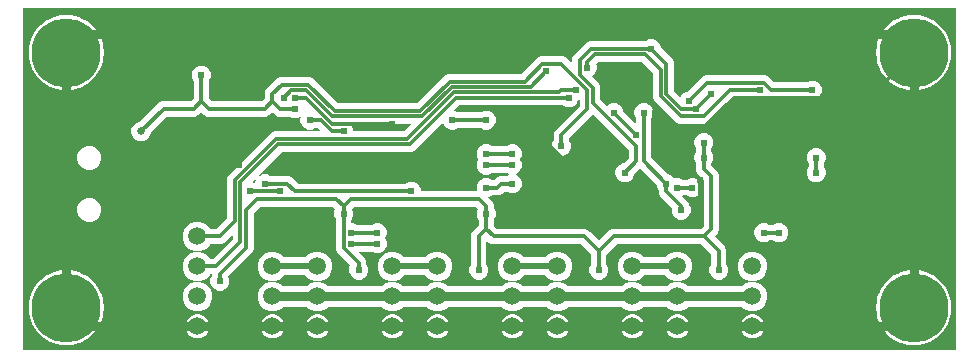
<source format=gbl>
G04 EAGLE Gerber RS-274X export*
G75*
%MOMM*%
%FSLAX34Y34*%
%LPD*%
%INBottom Copper*%
%IPPOS*%
%AMOC8*
5,1,8,0,0,1.08239X$1,22.5*%
G01*
%ADD10C,1.500000*%
%ADD11C,5.842000*%
%ADD12C,0.800000*%
%ADD13C,0.604800*%
%ADD14C,0.300000*%
%ADD15C,0.654800*%
%ADD16C,0.500000*%

G36*
X795005Y5000D02*
X795005Y5000D01*
X795004Y5000D01*
X795005Y5000D01*
X795005Y295000D01*
X795000Y295005D01*
X795000Y295004D01*
X795000Y295005D01*
X5000Y295005D01*
X4995Y295000D01*
X4996Y295000D01*
X4995Y295000D01*
X4995Y5000D01*
X5000Y4995D01*
X5000Y4996D01*
X5000Y4995D01*
X795000Y4995D01*
X795005Y5000D01*
G37*
%LPC*%
G36*
X169855Y55481D02*
X169855Y55481D01*
X166908Y56702D01*
X164652Y58958D01*
X163431Y61905D01*
X163431Y65095D01*
X164652Y68042D01*
X164953Y68344D01*
X164953Y68346D01*
X164954Y68346D01*
X164953Y68346D01*
X164954Y68347D01*
X164955Y68348D01*
X164955Y69700D01*
X164950Y69705D01*
X164950Y69704D01*
X164950Y69705D01*
X163238Y69705D01*
X163235Y69702D01*
X163233Y69702D01*
X162993Y69122D01*
X159478Y65607D01*
X154886Y63705D01*
X149914Y63705D01*
X145322Y65607D01*
X141807Y69122D01*
X139905Y73714D01*
X139905Y78686D01*
X141807Y83278D01*
X145322Y86793D01*
X149915Y88695D01*
X154885Y88695D01*
X159478Y86793D01*
X162993Y83278D01*
X163233Y82698D01*
X163236Y82697D01*
X163238Y82695D01*
X165583Y82695D01*
X165584Y82697D01*
X165586Y82697D01*
X182177Y99288D01*
X182178Y99290D01*
X182179Y99291D01*
X182179Y103131D01*
X182178Y103133D01*
X182178Y103134D01*
X182176Y103134D01*
X182174Y103136D01*
X182173Y103135D01*
X182170Y103135D01*
X176957Y97922D01*
X176957Y97921D01*
X175129Y96094D01*
X172742Y95105D01*
X163238Y95105D01*
X163235Y95102D01*
X163233Y95102D01*
X162993Y94522D01*
X159478Y91007D01*
X154886Y89105D01*
X149914Y89105D01*
X145322Y91007D01*
X141807Y94522D01*
X139905Y99114D01*
X139905Y104086D01*
X141807Y108678D01*
X145322Y112193D01*
X149915Y114095D01*
X154885Y114095D01*
X159478Y112193D01*
X162993Y108678D01*
X163233Y108098D01*
X163236Y108097D01*
X163238Y108095D01*
X168758Y108095D01*
X168759Y108097D01*
X168761Y108097D01*
X177653Y116989D01*
X177654Y116991D01*
X177655Y116992D01*
X177655Y150517D01*
X178644Y152904D01*
X213568Y187828D01*
X213568Y187829D01*
X215396Y189656D01*
X217783Y190645D01*
X257309Y190645D01*
X257311Y190646D01*
X257312Y190646D01*
X257312Y190648D01*
X257314Y190650D01*
X257313Y190651D01*
X257313Y190654D01*
X254438Y193528D01*
X254436Y193529D01*
X254435Y193529D01*
X254435Y193530D01*
X252498Y193530D01*
X252496Y193528D01*
X252494Y193528D01*
X252192Y193227D01*
X249245Y192006D01*
X246055Y192006D01*
X243108Y193227D01*
X240852Y195483D01*
X239631Y198430D01*
X239631Y201620D01*
X240519Y203765D01*
X240518Y203767D01*
X240519Y203770D01*
X240517Y203770D01*
X240517Y203771D01*
X240514Y203770D01*
X240511Y203770D01*
X239492Y202752D01*
X236545Y201531D01*
X233355Y201531D01*
X230408Y202752D01*
X230106Y203053D01*
X230103Y203054D01*
X230103Y203055D01*
X230102Y203055D01*
X220958Y203055D01*
X218571Y204044D01*
X215904Y206711D01*
X215901Y206711D01*
X215901Y206712D01*
X215899Y206712D01*
X215899Y206711D01*
X215897Y206711D01*
X215896Y206711D01*
X213229Y204044D01*
X210842Y203055D01*
X160633Y203055D01*
X158246Y204044D01*
X155579Y206711D01*
X155576Y206711D01*
X155576Y206712D01*
X155574Y206712D01*
X155574Y206711D01*
X155572Y206711D01*
X155571Y206711D01*
X152904Y204044D01*
X150517Y203055D01*
X126517Y203055D01*
X126516Y203053D01*
X126514Y203053D01*
X113046Y189585D01*
X113045Y189583D01*
X113044Y189582D01*
X113044Y188855D01*
X111785Y185816D01*
X109459Y183490D01*
X106420Y182231D01*
X103130Y182231D01*
X100091Y183490D01*
X97765Y185816D01*
X96506Y188855D01*
X96506Y192145D01*
X97765Y195184D01*
X100091Y197510D01*
X103130Y198769D01*
X103857Y198769D01*
X103858Y198771D01*
X103860Y198771D01*
X120146Y215056D01*
X122533Y216045D01*
X146533Y216045D01*
X146534Y216047D01*
X146536Y216047D01*
X149078Y218589D01*
X149078Y218591D01*
X149079Y218591D01*
X149079Y218592D01*
X149080Y218592D01*
X149080Y233277D01*
X149078Y233279D01*
X149078Y233281D01*
X148777Y233583D01*
X147556Y236530D01*
X147556Y239720D01*
X148777Y242667D01*
X151033Y244923D01*
X153980Y246144D01*
X157170Y246144D01*
X160117Y244923D01*
X162373Y242667D01*
X163594Y239720D01*
X163594Y236530D01*
X162373Y233583D01*
X162072Y233281D01*
X162071Y233278D01*
X162070Y233277D01*
X162070Y218592D01*
X162072Y218591D01*
X162072Y218589D01*
X164614Y216047D01*
X164616Y216046D01*
X164617Y216045D01*
X206858Y216045D01*
X206859Y216047D01*
X206861Y216047D01*
X209403Y218589D01*
X209403Y218591D01*
X209404Y218591D01*
X209404Y218592D01*
X209405Y218592D01*
X209405Y223542D01*
X210394Y225929D01*
X219920Y235455D01*
X222307Y236444D01*
X247689Y236444D01*
X250076Y235455D01*
X251904Y233628D01*
X251904Y233627D01*
X271311Y214221D01*
X271313Y214220D01*
X271314Y214219D01*
X338238Y214219D01*
X338239Y214221D01*
X338241Y214221D01*
X362174Y238153D01*
X364561Y239142D01*
X426805Y239142D01*
X426806Y239144D01*
X426808Y239144D01*
X440821Y253156D01*
X443208Y254145D01*
X461667Y254145D01*
X464054Y253156D01*
X469746Y247464D01*
X469748Y247464D01*
X469749Y247463D01*
X469751Y247464D01*
X469753Y247464D01*
X469753Y247466D01*
X469755Y247468D01*
X469755Y252117D01*
X470744Y254504D01*
X482096Y265856D01*
X484483Y266845D01*
X531727Y266845D01*
X531729Y266847D01*
X531731Y266847D01*
X532033Y267148D01*
X534980Y268369D01*
X538170Y268369D01*
X541117Y267148D01*
X543373Y264892D01*
X544594Y261945D01*
X544594Y261518D01*
X544596Y261517D01*
X544596Y261515D01*
X554805Y251305D01*
X555794Y248918D01*
X555794Y224966D01*
X555796Y224965D01*
X555796Y224963D01*
X561167Y219592D01*
X561168Y219592D01*
X561168Y219591D01*
X561169Y219591D01*
X561170Y219591D01*
X561171Y219591D01*
X561173Y219591D01*
X561173Y219593D01*
X561175Y219593D01*
X561527Y220442D01*
X563783Y222698D01*
X566730Y223919D01*
X567157Y223919D01*
X567158Y223921D01*
X567160Y223921D01*
X580521Y237281D01*
X582908Y238270D01*
X633117Y238270D01*
X635504Y237281D01*
X640864Y231922D01*
X640866Y231921D01*
X640867Y231920D01*
X668252Y231920D01*
X668254Y231922D01*
X668256Y231922D01*
X668558Y232223D01*
X671505Y233444D01*
X674695Y233444D01*
X677642Y232223D01*
X679898Y229967D01*
X681119Y227020D01*
X681119Y223830D01*
X679898Y220883D01*
X677642Y218627D01*
X674695Y217406D01*
X671505Y217406D01*
X668558Y218627D01*
X668256Y218928D01*
X668253Y218929D01*
X668252Y218930D01*
X636883Y218930D01*
X634496Y219919D01*
X634494Y219921D01*
X634487Y219921D01*
X633192Y218627D01*
X630245Y217406D01*
X627055Y217406D01*
X624108Y218627D01*
X623806Y218928D01*
X623803Y218929D01*
X623802Y218930D01*
X605942Y218930D01*
X605941Y218928D01*
X605939Y218928D01*
X584704Y197694D01*
X582317Y196705D01*
X560683Y196705D01*
X558296Y197694D01*
X556468Y199521D01*
X541097Y214893D01*
X541096Y214893D01*
X539269Y216721D01*
X538280Y219108D01*
X538280Y239933D01*
X538278Y239934D01*
X538278Y239936D01*
X528885Y249329D01*
X528883Y249330D01*
X528882Y249331D01*
X491642Y249331D01*
X491641Y249329D01*
X491639Y249329D01*
X489966Y247656D01*
X489965Y247652D01*
X489965Y247651D01*
X490619Y246070D01*
X490619Y242880D01*
X489398Y239933D01*
X487142Y237677D01*
X486293Y237325D01*
X486293Y237324D01*
X486292Y237324D01*
X486292Y237322D01*
X486290Y237319D01*
X486292Y237318D01*
X486292Y237317D01*
X492630Y230978D01*
X493619Y228591D01*
X493619Y217243D01*
X493621Y217242D01*
X493621Y217240D01*
X498981Y211879D01*
X498984Y211879D01*
X498988Y211879D01*
X500283Y213173D01*
X503230Y214394D01*
X506420Y214394D01*
X509367Y213173D01*
X511623Y210917D01*
X512844Y207970D01*
X512844Y207543D01*
X512846Y207542D01*
X512846Y207540D01*
X523721Y196664D01*
X523723Y196664D01*
X523724Y196663D01*
X523726Y196664D01*
X523728Y196664D01*
X523728Y196666D01*
X523730Y196668D01*
X523730Y201527D01*
X523728Y201529D01*
X523728Y201531D01*
X523427Y201833D01*
X522206Y204780D01*
X522206Y207970D01*
X523427Y210917D01*
X525683Y213173D01*
X528630Y214394D01*
X531820Y214394D01*
X534767Y213173D01*
X537023Y210917D01*
X538244Y207970D01*
X538244Y204780D01*
X537023Y201833D01*
X536722Y201531D01*
X536721Y201528D01*
X536720Y201527D01*
X536720Y167792D01*
X536722Y167791D01*
X536722Y167789D01*
X550440Y154071D01*
X550442Y154070D01*
X550443Y154069D01*
X550870Y154069D01*
X553817Y152848D01*
X556073Y150592D01*
X556130Y150455D01*
X556136Y150452D01*
X556137Y150452D01*
X557205Y150894D01*
X560395Y150894D01*
X563342Y149673D01*
X563644Y149372D01*
X563647Y149371D01*
X563648Y149370D01*
X566652Y149370D01*
X566654Y149372D01*
X566656Y149372D01*
X566958Y149673D01*
X569905Y150894D01*
X573095Y150894D01*
X576042Y149673D01*
X578298Y147417D01*
X579519Y144470D01*
X579519Y141280D01*
X578298Y138333D01*
X576042Y136077D01*
X573095Y134856D01*
X569905Y134856D01*
X566958Y136077D01*
X566656Y136378D01*
X566654Y136378D01*
X566653Y136379D01*
X566652Y136380D01*
X563648Y136380D01*
X563646Y136378D01*
X563644Y136378D01*
X563342Y136077D01*
X562459Y135711D01*
X562459Y135710D01*
X562458Y135710D01*
X562458Y135708D01*
X562457Y135705D01*
X562458Y135704D01*
X562458Y135703D01*
X567481Y130679D01*
X568202Y128939D01*
X568203Y128939D01*
X568203Y128938D01*
X568773Y128367D01*
X569994Y125420D01*
X569994Y122230D01*
X568773Y119283D01*
X566517Y117027D01*
X563570Y115806D01*
X560380Y115806D01*
X557433Y117027D01*
X555177Y119283D01*
X553956Y122230D01*
X553956Y125420D01*
X554076Y125709D01*
X554075Y125710D01*
X554076Y125710D01*
X554075Y125711D01*
X554074Y125713D01*
X554075Y125715D01*
X543769Y136021D01*
X542780Y138408D01*
X542780Y141202D01*
X542778Y141204D01*
X542778Y141206D01*
X542477Y141508D01*
X541256Y144455D01*
X541256Y144882D01*
X541254Y144883D01*
X541254Y144885D01*
X527054Y159086D01*
X527051Y159086D01*
X527047Y159086D01*
X527046Y159086D01*
X522371Y154410D01*
X522370Y154408D01*
X522369Y154407D01*
X522369Y153980D01*
X521148Y151033D01*
X518892Y148777D01*
X515945Y147556D01*
X512755Y147556D01*
X509808Y148777D01*
X507552Y151033D01*
X506331Y153980D01*
X506331Y157170D01*
X507552Y160117D01*
X509808Y162373D01*
X512755Y163594D01*
X513182Y163594D01*
X513183Y163596D01*
X513185Y163596D01*
X517378Y167789D01*
X517378Y167791D01*
X517379Y167791D01*
X517378Y167791D01*
X517379Y167791D01*
X517380Y167792D01*
X517380Y175108D01*
X517378Y175109D01*
X517378Y175111D01*
X487366Y205123D01*
X487359Y205124D01*
X487359Y205123D01*
X466872Y184636D01*
X466871Y184634D01*
X466870Y184633D01*
X466870Y182648D01*
X466872Y182646D01*
X466872Y182644D01*
X467173Y182342D01*
X468394Y179395D01*
X468394Y176205D01*
X467173Y173258D01*
X464917Y171002D01*
X461970Y169781D01*
X458780Y169781D01*
X455833Y171002D01*
X453577Y173258D01*
X452356Y176205D01*
X452356Y179395D01*
X453577Y182342D01*
X453878Y182644D01*
X453878Y182646D01*
X453880Y182647D01*
X453880Y182648D01*
X453880Y188617D01*
X454869Y191004D01*
X476103Y212239D01*
X476103Y212241D01*
X476104Y212241D01*
X476105Y212242D01*
X476105Y217993D01*
X476104Y217993D01*
X476105Y217994D01*
X476103Y217995D01*
X476100Y217998D01*
X476099Y217997D01*
X476098Y217997D01*
X474724Y217428D01*
X474723Y217426D01*
X474722Y217426D01*
X473523Y214533D01*
X471267Y212277D01*
X468320Y211056D01*
X465130Y211056D01*
X462183Y212277D01*
X461881Y212578D01*
X461878Y212579D01*
X461877Y212580D01*
X374167Y212580D01*
X374166Y212578D01*
X374164Y212578D01*
X369638Y208053D01*
X369638Y208051D01*
X369637Y208050D01*
X369638Y208048D01*
X369638Y208046D01*
X369640Y208046D01*
X369642Y208044D01*
X369895Y208044D01*
X372842Y206823D01*
X373144Y206522D01*
X373147Y206521D01*
X373148Y206520D01*
X392027Y206520D01*
X392029Y206522D01*
X392031Y206522D01*
X392333Y206823D01*
X395280Y208044D01*
X398470Y208044D01*
X401417Y206823D01*
X403673Y204567D01*
X404894Y201620D01*
X404894Y198430D01*
X403673Y195483D01*
X401417Y193227D01*
X398470Y192006D01*
X395280Y192006D01*
X392333Y193227D01*
X392031Y193528D01*
X392028Y193529D01*
X392027Y193530D01*
X373148Y193530D01*
X373146Y193528D01*
X373144Y193528D01*
X372842Y193227D01*
X369895Y192006D01*
X366705Y192006D01*
X363758Y193227D01*
X361502Y195483D01*
X360281Y198430D01*
X360281Y198683D01*
X360280Y198685D01*
X360280Y198686D01*
X360278Y198686D01*
X360276Y198688D01*
X360275Y198687D01*
X360274Y198687D01*
X360272Y198687D01*
X335705Y174120D01*
X333318Y173131D01*
X223641Y173131D01*
X223640Y173129D01*
X223638Y173129D01*
X198236Y147728D01*
X198236Y147726D01*
X198235Y147725D01*
X198236Y147723D01*
X198236Y147721D01*
X198238Y147721D01*
X198240Y147719D01*
X198445Y147719D01*
X201392Y146498D01*
X201522Y146369D01*
X201524Y146368D01*
X201525Y146367D01*
X201527Y146368D01*
X201529Y146368D01*
X201529Y146370D01*
X201531Y146372D01*
X201531Y147645D01*
X202752Y150592D01*
X205008Y152848D01*
X207955Y154069D01*
X211145Y154069D01*
X214092Y152848D01*
X214394Y152547D01*
X214397Y152546D01*
X214398Y152545D01*
X229892Y152545D01*
X232279Y151556D01*
X237639Y146197D01*
X237641Y146196D01*
X237642Y146195D01*
X328527Y146195D01*
X328529Y146197D01*
X328531Y146197D01*
X328833Y146498D01*
X331780Y147719D01*
X334970Y147719D01*
X337917Y146498D01*
X340173Y144242D01*
X341394Y141295D01*
X341394Y139850D01*
X341399Y139845D01*
X341399Y139846D01*
X341399Y139845D01*
X389443Y139845D01*
X389443Y139846D01*
X389444Y139845D01*
X389445Y139847D01*
X389448Y139850D01*
X389447Y139851D01*
X389447Y139852D01*
X388856Y141280D01*
X388856Y144470D01*
X390077Y147417D01*
X392333Y149673D01*
X395280Y150894D01*
X398470Y150894D01*
X401417Y149673D01*
X401719Y149372D01*
X401722Y149371D01*
X401723Y149370D01*
X403708Y149370D01*
X403709Y149372D01*
X403711Y149372D01*
X405896Y151556D01*
X408283Y152545D01*
X414252Y152545D01*
X414254Y152547D01*
X414256Y152547D01*
X414558Y152848D01*
X417297Y153983D01*
X417297Y153984D01*
X417299Y153985D01*
X417298Y153987D01*
X417300Y153989D01*
X417297Y153990D01*
X417297Y153992D01*
X414558Y155127D01*
X414256Y155428D01*
X414254Y155428D01*
X414253Y155429D01*
X414252Y155430D01*
X401723Y155430D01*
X401721Y155428D01*
X401719Y155428D01*
X401417Y155127D01*
X398470Y153906D01*
X395280Y153906D01*
X392333Y155127D01*
X390077Y157383D01*
X388856Y160330D01*
X388856Y163520D01*
X390077Y166467D01*
X390293Y166684D01*
X390293Y166687D01*
X390294Y166688D01*
X390293Y166688D01*
X390294Y166691D01*
X390293Y166691D01*
X390077Y166908D01*
X388856Y169855D01*
X388856Y173045D01*
X390077Y175992D01*
X392333Y178248D01*
X395280Y179469D01*
X398470Y179469D01*
X401417Y178248D01*
X401719Y177947D01*
X401722Y177946D01*
X401723Y177945D01*
X414252Y177945D01*
X414254Y177947D01*
X414256Y177947D01*
X414558Y178248D01*
X417505Y179469D01*
X420695Y179469D01*
X423642Y178248D01*
X425898Y175992D01*
X427119Y173045D01*
X427119Y169855D01*
X425898Y166908D01*
X425682Y166691D01*
X425682Y166689D01*
X425681Y166689D01*
X425682Y166688D01*
X425681Y166684D01*
X425682Y166684D01*
X425898Y166467D01*
X427119Y163520D01*
X427119Y160330D01*
X425898Y157383D01*
X423642Y155127D01*
X420903Y153992D01*
X420903Y153991D01*
X420901Y153990D01*
X420902Y153988D01*
X420900Y153986D01*
X420903Y153985D01*
X420903Y153983D01*
X423642Y152848D01*
X425898Y150592D01*
X427119Y147645D01*
X427119Y144455D01*
X425898Y141508D01*
X423642Y139252D01*
X420695Y138031D01*
X417505Y138031D01*
X414558Y139252D01*
X414256Y139553D01*
X414254Y139554D01*
X414253Y139554D01*
X414252Y139555D01*
X412267Y139555D01*
X412266Y139553D01*
X412264Y139553D01*
X410079Y137369D01*
X407692Y136380D01*
X401723Y136380D01*
X401721Y136378D01*
X401719Y136378D01*
X401417Y136077D01*
X398470Y134856D01*
X398217Y134856D01*
X398215Y134855D01*
X398214Y134855D01*
X398214Y134853D01*
X398212Y134851D01*
X398213Y134850D01*
X398213Y134847D01*
X400554Y132507D01*
X402381Y130679D01*
X403370Y128292D01*
X403370Y125498D01*
X403372Y125496D01*
X403372Y125494D01*
X403673Y125192D01*
X404894Y122245D01*
X404894Y119055D01*
X403673Y116108D01*
X403372Y115806D01*
X403372Y115804D01*
X403371Y115804D01*
X403372Y115804D01*
X403371Y115803D01*
X403370Y115802D01*
X403370Y110642D01*
X403372Y110641D01*
X403372Y110639D01*
X405914Y108097D01*
X405916Y108096D01*
X405917Y108095D01*
X480717Y108095D01*
X483104Y107106D01*
X484932Y105279D01*
X484932Y105278D01*
X492121Y98089D01*
X492128Y98089D01*
X492129Y98089D01*
X501146Y107106D01*
X503533Y108095D01*
X578333Y108095D01*
X578334Y108097D01*
X578336Y108097D01*
X580878Y110639D01*
X580879Y110641D01*
X580880Y110642D01*
X580880Y149708D01*
X580878Y149709D01*
X580878Y149711D01*
X575519Y155071D01*
X574530Y157458D01*
X574530Y163427D01*
X574528Y163429D01*
X574528Y163431D01*
X574227Y163733D01*
X573006Y166680D01*
X573006Y169870D01*
X574227Y172817D01*
X574528Y173119D01*
X574528Y173121D01*
X574530Y173122D01*
X574529Y173122D01*
X574530Y173123D01*
X574530Y176127D01*
X574528Y176129D01*
X574528Y176131D01*
X574227Y176433D01*
X573006Y179380D01*
X573006Y182570D01*
X574227Y185517D01*
X576483Y187773D01*
X579430Y188994D01*
X582620Y188994D01*
X585567Y187773D01*
X587823Y185517D01*
X589044Y182570D01*
X589044Y179380D01*
X587823Y176433D01*
X587522Y176131D01*
X587521Y176128D01*
X587520Y176127D01*
X587520Y173123D01*
X587522Y173121D01*
X587522Y173119D01*
X587823Y172817D01*
X589044Y169870D01*
X589044Y166680D01*
X587823Y163733D01*
X587522Y163431D01*
X587521Y163428D01*
X587520Y163427D01*
X587520Y161442D01*
X587522Y161441D01*
X587522Y161439D01*
X592881Y156079D01*
X593870Y153692D01*
X593870Y106658D01*
X592881Y104271D01*
X590214Y101604D01*
X590214Y101597D01*
X590214Y101596D01*
X599231Y92579D01*
X600220Y90192D01*
X600220Y77873D01*
X600222Y77871D01*
X600222Y77869D01*
X600523Y77567D01*
X601744Y74620D01*
X601744Y71430D01*
X600523Y68483D01*
X598267Y66227D01*
X595320Y65006D01*
X592130Y65006D01*
X589183Y66227D01*
X586927Y68483D01*
X585706Y71430D01*
X585706Y74620D01*
X586927Y77567D01*
X587228Y77869D01*
X587228Y77871D01*
X587229Y77871D01*
X587229Y77872D01*
X587230Y77873D01*
X587230Y86208D01*
X587228Y86209D01*
X587228Y86211D01*
X578336Y95103D01*
X578334Y95104D01*
X578333Y95105D01*
X507517Y95105D01*
X507516Y95103D01*
X507514Y95103D01*
X498622Y86211D01*
X498621Y86209D01*
X498620Y86208D01*
X498620Y77873D01*
X498622Y77871D01*
X498622Y77869D01*
X498923Y77567D01*
X500144Y74620D01*
X500144Y71430D01*
X498923Y68483D01*
X496667Y66227D01*
X493720Y65006D01*
X490530Y65006D01*
X487583Y66227D01*
X485327Y68483D01*
X484106Y71430D01*
X484106Y74620D01*
X485327Y77567D01*
X485628Y77869D01*
X485628Y77871D01*
X485629Y77871D01*
X485629Y77872D01*
X485630Y77873D01*
X485630Y86208D01*
X485628Y86209D01*
X485628Y86211D01*
X476736Y95103D01*
X476734Y95104D01*
X476733Y95105D01*
X401933Y95105D01*
X399546Y96094D01*
X397718Y97921D01*
X397029Y98611D01*
X397027Y98611D01*
X397026Y98612D01*
X397024Y98611D01*
X397022Y98611D01*
X397022Y98609D01*
X397020Y98607D01*
X397020Y77873D01*
X397022Y77871D01*
X397022Y77869D01*
X397323Y77567D01*
X398544Y74620D01*
X398544Y71430D01*
X397323Y68483D01*
X395067Y66227D01*
X392120Y65006D01*
X388930Y65006D01*
X385983Y66227D01*
X383727Y68483D01*
X382506Y71430D01*
X382506Y74620D01*
X383727Y77567D01*
X384028Y77869D01*
X384028Y77871D01*
X384029Y77871D01*
X384029Y77872D01*
X384030Y77873D01*
X384030Y102892D01*
X385019Y105279D01*
X386846Y107107D01*
X386847Y107107D01*
X390378Y110639D01*
X390379Y110641D01*
X390380Y110642D01*
X390380Y115802D01*
X390378Y115804D01*
X390378Y115806D01*
X390077Y116108D01*
X388856Y119055D01*
X388856Y122245D01*
X389906Y124780D01*
X389905Y124781D01*
X389906Y124781D01*
X389905Y124782D01*
X389904Y124783D01*
X389905Y124785D01*
X387836Y126853D01*
X387834Y126853D01*
X387834Y126854D01*
X387833Y126854D01*
X387833Y126855D01*
X285267Y126855D01*
X285266Y126853D01*
X285264Y126853D01*
X283195Y124785D01*
X283195Y124783D01*
X283194Y124782D01*
X283195Y124781D01*
X283194Y124780D01*
X284244Y122245D01*
X284244Y119055D01*
X283023Y116108D01*
X282722Y115806D01*
X282722Y115804D01*
X282721Y115804D01*
X282722Y115804D01*
X282721Y115803D01*
X282720Y115802D01*
X282720Y112799D01*
X282725Y112794D01*
X282725Y112795D01*
X282725Y112794D01*
X284170Y112794D01*
X287117Y111573D01*
X287419Y111272D01*
X287422Y111271D01*
X287423Y111270D01*
X299952Y111270D01*
X299954Y111272D01*
X299956Y111272D01*
X300258Y111573D01*
X303205Y112794D01*
X306395Y112794D01*
X309342Y111573D01*
X311598Y109317D01*
X312819Y106370D01*
X312819Y103180D01*
X311598Y100233D01*
X311382Y100016D01*
X311382Y100014D01*
X311381Y100013D01*
X311382Y100012D01*
X311381Y100009D01*
X311382Y100009D01*
X311598Y99792D01*
X312819Y96845D01*
X312819Y93655D01*
X311598Y90708D01*
X309342Y88452D01*
X306395Y87231D01*
X303205Y87231D01*
X300258Y88452D01*
X299956Y88753D01*
X299953Y88754D01*
X299952Y88755D01*
X288743Y88755D01*
X288741Y88754D01*
X288740Y88754D01*
X288740Y88752D01*
X288738Y88750D01*
X288739Y88749D01*
X288739Y88746D01*
X294431Y83054D01*
X295420Y80667D01*
X295420Y77873D01*
X295422Y77871D01*
X295422Y77869D01*
X295723Y77567D01*
X296944Y74620D01*
X296944Y71430D01*
X295723Y68483D01*
X293467Y66227D01*
X290520Y65006D01*
X287330Y65006D01*
X284383Y66227D01*
X282127Y68483D01*
X280906Y71430D01*
X280906Y74620D01*
X281956Y77154D01*
X281955Y77155D01*
X281956Y77156D01*
X281955Y77157D01*
X281954Y77158D01*
X281955Y77160D01*
X270719Y88396D01*
X269730Y90783D01*
X269730Y115802D01*
X269728Y115804D01*
X269728Y115806D01*
X269427Y116108D01*
X268206Y119055D01*
X268206Y122245D01*
X269256Y124780D01*
X269255Y124781D01*
X269256Y124781D01*
X269255Y124782D01*
X269254Y124783D01*
X269255Y124785D01*
X267186Y126853D01*
X267184Y126853D01*
X267184Y126854D01*
X267183Y126854D01*
X267183Y126855D01*
X205892Y126855D01*
X205891Y126853D01*
X205889Y126853D01*
X200172Y121136D01*
X200171Y121134D01*
X200170Y121133D01*
X200170Y90783D01*
X199181Y88396D01*
X178420Y67635D01*
X178420Y67633D01*
X178419Y67632D01*
X178420Y67631D01*
X178419Y67630D01*
X179469Y65095D01*
X179469Y61905D01*
X178248Y58958D01*
X175992Y56702D01*
X173045Y55481D01*
X169855Y55481D01*
G37*
%LPD*%
%LPC*%
G36*
X213414Y38305D02*
X213414Y38305D01*
X208822Y40207D01*
X205307Y43722D01*
X203405Y48314D01*
X203405Y53286D01*
X205307Y57878D01*
X208822Y61393D01*
X213415Y63295D01*
X218385Y63295D01*
X222978Y61393D01*
X224574Y59797D01*
X224577Y59796D01*
X224578Y59795D01*
X245322Y59795D01*
X245324Y59797D01*
X245326Y59797D01*
X246922Y61393D01*
X251515Y63295D01*
X256485Y63295D01*
X261078Y61393D01*
X262674Y59797D01*
X262677Y59796D01*
X262678Y59795D01*
X308822Y59795D01*
X308824Y59797D01*
X308826Y59797D01*
X310422Y61393D01*
X315015Y63295D01*
X319985Y63295D01*
X324578Y61393D01*
X326174Y59797D01*
X326177Y59796D01*
X326178Y59795D01*
X346922Y59795D01*
X346924Y59797D01*
X346926Y59797D01*
X348522Y61393D01*
X353115Y63295D01*
X358085Y63295D01*
X362678Y61393D01*
X364274Y59797D01*
X364277Y59796D01*
X364278Y59795D01*
X410422Y59795D01*
X410424Y59797D01*
X410426Y59797D01*
X412022Y61393D01*
X416615Y63295D01*
X421585Y63295D01*
X426178Y61393D01*
X427774Y59797D01*
X427777Y59796D01*
X427778Y59795D01*
X448522Y59795D01*
X448524Y59797D01*
X448526Y59797D01*
X450122Y61393D01*
X454715Y63295D01*
X459685Y63295D01*
X464278Y61393D01*
X465874Y59797D01*
X465877Y59796D01*
X465878Y59795D01*
X512022Y59795D01*
X512024Y59797D01*
X512026Y59797D01*
X513622Y61393D01*
X518215Y63295D01*
X523185Y63295D01*
X527778Y61393D01*
X529374Y59797D01*
X529377Y59796D01*
X529378Y59795D01*
X550122Y59795D01*
X550124Y59797D01*
X550126Y59797D01*
X551722Y61393D01*
X556315Y63295D01*
X561285Y63295D01*
X565878Y61393D01*
X567474Y59797D01*
X567477Y59796D01*
X567478Y59795D01*
X613622Y59795D01*
X613624Y59797D01*
X613626Y59797D01*
X615222Y61393D01*
X619815Y63295D01*
X624785Y63295D01*
X629378Y61393D01*
X632893Y57878D01*
X634795Y53285D01*
X634795Y48315D01*
X632893Y43722D01*
X629378Y40207D01*
X624786Y38305D01*
X619814Y38305D01*
X615222Y40207D01*
X613626Y41803D01*
X613624Y41803D01*
X613623Y41804D01*
X613622Y41805D01*
X567478Y41805D01*
X567476Y41803D01*
X567474Y41803D01*
X565878Y40207D01*
X561286Y38305D01*
X556314Y38305D01*
X551722Y40207D01*
X550126Y41803D01*
X550124Y41803D01*
X550123Y41804D01*
X550122Y41805D01*
X529378Y41805D01*
X529376Y41803D01*
X529374Y41803D01*
X527778Y40207D01*
X523186Y38305D01*
X518214Y38305D01*
X513622Y40207D01*
X512026Y41803D01*
X512024Y41803D01*
X512023Y41804D01*
X512022Y41805D01*
X465878Y41805D01*
X465876Y41803D01*
X465874Y41803D01*
X464278Y40207D01*
X459686Y38305D01*
X454714Y38305D01*
X450122Y40207D01*
X448526Y41803D01*
X448524Y41803D01*
X448523Y41804D01*
X448522Y41805D01*
X427778Y41805D01*
X427776Y41803D01*
X427774Y41803D01*
X426178Y40207D01*
X421586Y38305D01*
X416614Y38305D01*
X412022Y40207D01*
X410426Y41803D01*
X410424Y41803D01*
X410423Y41804D01*
X410422Y41805D01*
X364278Y41805D01*
X364276Y41803D01*
X364274Y41803D01*
X362678Y40207D01*
X358086Y38305D01*
X353114Y38305D01*
X348522Y40207D01*
X346926Y41803D01*
X346924Y41803D01*
X346923Y41804D01*
X346922Y41805D01*
X326178Y41805D01*
X326176Y41803D01*
X326174Y41803D01*
X324578Y40207D01*
X319986Y38305D01*
X315014Y38305D01*
X310422Y40207D01*
X308826Y41803D01*
X308824Y41803D01*
X308823Y41804D01*
X308822Y41805D01*
X262678Y41805D01*
X262676Y41803D01*
X262674Y41803D01*
X261078Y40207D01*
X256486Y38305D01*
X251514Y38305D01*
X246922Y40207D01*
X245326Y41803D01*
X245324Y41803D01*
X245323Y41804D01*
X245322Y41805D01*
X224578Y41805D01*
X224576Y41803D01*
X224574Y41803D01*
X222978Y40207D01*
X218386Y38305D01*
X213414Y38305D01*
G37*
%LPD*%
%LPC*%
G36*
X518214Y63705D02*
X518214Y63705D01*
X513622Y65607D01*
X510107Y69122D01*
X508205Y73714D01*
X508205Y78686D01*
X510107Y83278D01*
X513622Y86793D01*
X518215Y88695D01*
X523185Y88695D01*
X527778Y86793D01*
X530874Y83697D01*
X530877Y83696D01*
X530878Y83695D01*
X548622Y83695D01*
X548624Y83697D01*
X548626Y83697D01*
X551722Y86793D01*
X556315Y88695D01*
X561285Y88695D01*
X565878Y86793D01*
X569393Y83278D01*
X571295Y78685D01*
X571295Y73715D01*
X569393Y69122D01*
X565878Y65607D01*
X561286Y63705D01*
X556314Y63705D01*
X551722Y65607D01*
X548626Y68703D01*
X548623Y68704D01*
X548623Y68705D01*
X548622Y68705D01*
X530878Y68705D01*
X530876Y68703D01*
X530874Y68703D01*
X527778Y65607D01*
X523186Y63705D01*
X518214Y63705D01*
G37*
%LPD*%
%LPC*%
G36*
X416614Y63705D02*
X416614Y63705D01*
X412022Y65607D01*
X408507Y69122D01*
X406605Y73714D01*
X406605Y78686D01*
X408507Y83278D01*
X412022Y86793D01*
X416615Y88695D01*
X421585Y88695D01*
X426178Y86793D01*
X429274Y83697D01*
X429277Y83696D01*
X429278Y83695D01*
X447022Y83695D01*
X447024Y83697D01*
X447026Y83697D01*
X450122Y86793D01*
X454715Y88695D01*
X459685Y88695D01*
X464278Y86793D01*
X467793Y83278D01*
X469695Y78685D01*
X469695Y73715D01*
X467793Y69122D01*
X464278Y65607D01*
X459686Y63705D01*
X454714Y63705D01*
X450122Y65607D01*
X447026Y68703D01*
X447023Y68704D01*
X447023Y68705D01*
X447022Y68705D01*
X429278Y68705D01*
X429276Y68703D01*
X429274Y68703D01*
X426178Y65607D01*
X421586Y63705D01*
X416614Y63705D01*
G37*
%LPD*%
%LPC*%
G36*
X213414Y63705D02*
X213414Y63705D01*
X208822Y65607D01*
X205307Y69122D01*
X203405Y73714D01*
X203405Y78686D01*
X205307Y83278D01*
X208822Y86793D01*
X213415Y88695D01*
X218385Y88695D01*
X222978Y86793D01*
X226074Y83697D01*
X226077Y83696D01*
X226078Y83695D01*
X243822Y83695D01*
X243824Y83697D01*
X243826Y83697D01*
X246922Y86793D01*
X251515Y88695D01*
X256485Y88695D01*
X261078Y86793D01*
X264593Y83278D01*
X266495Y78685D01*
X266495Y73715D01*
X264593Y69122D01*
X261078Y65607D01*
X256486Y63705D01*
X251514Y63705D01*
X246922Y65607D01*
X243826Y68703D01*
X243823Y68704D01*
X243823Y68705D01*
X243822Y68705D01*
X226078Y68705D01*
X226076Y68703D01*
X226074Y68703D01*
X222978Y65607D01*
X218386Y63705D01*
X213414Y63705D01*
G37*
%LPD*%
%LPC*%
G36*
X315014Y63705D02*
X315014Y63705D01*
X310422Y65607D01*
X306907Y69122D01*
X305005Y73714D01*
X305005Y78686D01*
X306907Y83278D01*
X310422Y86793D01*
X315015Y88695D01*
X319985Y88695D01*
X324578Y86793D01*
X327674Y83697D01*
X327677Y83696D01*
X327678Y83695D01*
X345422Y83695D01*
X345424Y83697D01*
X345426Y83697D01*
X348522Y86793D01*
X353115Y88695D01*
X358085Y88695D01*
X362678Y86793D01*
X366193Y83278D01*
X368095Y78685D01*
X368095Y73715D01*
X366193Y69122D01*
X362678Y65607D01*
X358086Y63705D01*
X353114Y63705D01*
X348522Y65607D01*
X345426Y68703D01*
X345423Y68704D01*
X345423Y68705D01*
X345422Y68705D01*
X327678Y68705D01*
X327676Y68703D01*
X327674Y68703D01*
X324578Y65607D01*
X319986Y63705D01*
X315014Y63705D01*
G37*
%LPD*%
%LPC*%
G36*
X727080Y41280D02*
X727080Y41280D01*
X727080Y42834D01*
X727386Y45939D01*
X727388Y45952D01*
X727391Y45967D01*
X727393Y45977D01*
X727396Y45992D01*
X727399Y46007D01*
X727401Y46017D01*
X727404Y46031D01*
X727407Y46046D01*
X727409Y46056D01*
X727412Y46071D01*
X727415Y46086D01*
X727420Y46111D01*
X727423Y46126D01*
X727428Y46151D01*
X727431Y46166D01*
X727436Y46190D01*
X727439Y46205D01*
X727444Y46230D01*
X727446Y46245D01*
X727447Y46245D01*
X727446Y46245D01*
X727449Y46260D01*
X727451Y46270D01*
X727454Y46285D01*
X727457Y46300D01*
X727459Y46310D01*
X727462Y46325D01*
X727465Y46339D01*
X727465Y46340D01*
X727467Y46349D01*
X727470Y46364D01*
X727473Y46379D01*
X727475Y46389D01*
X727478Y46404D01*
X727481Y46419D01*
X727486Y46444D01*
X727489Y46459D01*
X727494Y46484D01*
X727497Y46498D01*
X727497Y46499D01*
X727502Y46523D01*
X727505Y46538D01*
X727510Y46563D01*
X727513Y46578D01*
X727516Y46593D01*
X727518Y46603D01*
X727521Y46618D01*
X727524Y46633D01*
X727526Y46643D01*
X727529Y46657D01*
X727529Y46658D01*
X727531Y46672D01*
X727532Y46672D01*
X727531Y46672D01*
X727533Y46682D01*
X727536Y46697D01*
X727539Y46712D01*
X727541Y46722D01*
X727544Y46737D01*
X727547Y46752D01*
X727552Y46777D01*
X727555Y46792D01*
X727560Y46816D01*
X727560Y46817D01*
X727563Y46831D01*
X727568Y46856D01*
X727571Y46871D01*
X727576Y46896D01*
X727579Y46911D01*
X727582Y46926D01*
X727584Y46936D01*
X727587Y46951D01*
X727590Y46966D01*
X727592Y46975D01*
X727592Y46976D01*
X727595Y46990D01*
X727598Y47005D01*
X727600Y47015D01*
X727603Y47030D01*
X727606Y47045D01*
X727608Y47055D01*
X727611Y47070D01*
X727614Y47085D01*
X727618Y47110D01*
X727621Y47125D01*
X727626Y47149D01*
X727629Y47164D01*
X727634Y47189D01*
X727637Y47204D01*
X727642Y47229D01*
X727645Y47244D01*
X727648Y47259D01*
X727650Y47269D01*
X727653Y47284D01*
X727656Y47298D01*
X727656Y47299D01*
X727658Y47308D01*
X727661Y47323D01*
X727664Y47338D01*
X727666Y47348D01*
X727669Y47363D01*
X727672Y47378D01*
X727674Y47388D01*
X727677Y47403D01*
X727680Y47418D01*
X727685Y47443D01*
X727688Y47457D01*
X727688Y47458D01*
X727693Y47482D01*
X727696Y47497D01*
X727700Y47522D01*
X727701Y47522D01*
X727703Y47537D01*
X727708Y47562D01*
X727711Y47577D01*
X727714Y47592D01*
X727716Y47602D01*
X727719Y47616D01*
X727719Y47617D01*
X727722Y47631D01*
X727724Y47641D01*
X727727Y47656D01*
X727730Y47671D01*
X727732Y47681D01*
X727735Y47696D01*
X727738Y47711D01*
X727740Y47721D01*
X727743Y47736D01*
X727746Y47751D01*
X727751Y47775D01*
X727751Y47776D01*
X727754Y47790D01*
X727759Y47815D01*
X727762Y47830D01*
X727767Y47855D01*
X727770Y47870D01*
X727775Y47895D01*
X727778Y47910D01*
X727781Y47925D01*
X727783Y47934D01*
X727783Y47935D01*
X727785Y47949D01*
X727786Y47949D01*
X727785Y47949D01*
X727788Y47964D01*
X727790Y47974D01*
X727793Y47989D01*
X727796Y48004D01*
X727798Y48014D01*
X727801Y48029D01*
X727804Y48044D01*
X727806Y48054D01*
X727809Y48069D01*
X727812Y48084D01*
X727817Y48108D01*
X727820Y48123D01*
X727825Y48148D01*
X727828Y48163D01*
X727833Y48188D01*
X727836Y48203D01*
X727841Y48228D01*
X727844Y48243D01*
X727847Y48257D01*
X727849Y48267D01*
X727852Y48282D01*
X727855Y48297D01*
X727857Y48307D01*
X727860Y48322D01*
X727863Y48337D01*
X727865Y48347D01*
X727868Y48362D01*
X727870Y48377D01*
X727871Y48377D01*
X727870Y48377D01*
X727875Y48402D01*
X727878Y48416D01*
X727883Y48441D01*
X727886Y48456D01*
X727891Y48481D01*
X727894Y48496D01*
X727899Y48521D01*
X727902Y48536D01*
X727907Y48561D01*
X727910Y48575D01*
X727913Y48590D01*
X727915Y48600D01*
X727918Y48615D01*
X727921Y48630D01*
X727923Y48640D01*
X727926Y48655D01*
X727929Y48670D01*
X727931Y48680D01*
X727934Y48695D01*
X727937Y48710D01*
X727942Y48734D01*
X727945Y48749D01*
X727950Y48774D01*
X727953Y48789D01*
X727957Y48814D01*
X727960Y48829D01*
X727965Y48854D01*
X727968Y48869D01*
X727971Y48883D01*
X727971Y48884D01*
X727973Y48893D01*
X727976Y48908D01*
X727979Y48923D01*
X727981Y48933D01*
X727984Y48948D01*
X727987Y48963D01*
X727989Y48973D01*
X727992Y48988D01*
X727994Y48998D01*
X728900Y51983D01*
X730093Y54864D01*
X731563Y57615D01*
X733296Y60209D01*
X735275Y62619D01*
X737481Y64825D01*
X739891Y66804D01*
X742485Y68537D01*
X745236Y70007D01*
X748117Y71200D01*
X751102Y72106D01*
X754161Y72714D01*
X757266Y73020D01*
X758820Y73020D01*
X758820Y41280D01*
X727080Y41280D01*
G37*
%LPD*%
%LPC*%
G36*
X9530Y41280D02*
X9530Y41280D01*
X9530Y42834D01*
X9836Y45939D01*
X9838Y45952D01*
X9841Y45967D01*
X9843Y45977D01*
X9846Y45992D01*
X9849Y46007D01*
X9851Y46017D01*
X9854Y46031D01*
X9857Y46046D01*
X9859Y46056D01*
X9862Y46071D01*
X9865Y46086D01*
X9870Y46111D01*
X9873Y46126D01*
X9878Y46151D01*
X9881Y46166D01*
X9886Y46190D01*
X9889Y46205D01*
X9894Y46230D01*
X9896Y46245D01*
X9897Y46245D01*
X9896Y46245D01*
X9899Y46260D01*
X9901Y46270D01*
X9904Y46285D01*
X9907Y46300D01*
X9909Y46310D01*
X9912Y46325D01*
X9915Y46339D01*
X9915Y46340D01*
X9917Y46349D01*
X9920Y46364D01*
X9923Y46379D01*
X9925Y46389D01*
X9928Y46404D01*
X9931Y46419D01*
X9936Y46444D01*
X9939Y46459D01*
X9944Y46484D01*
X9947Y46498D01*
X9947Y46499D01*
X9952Y46523D01*
X9955Y46538D01*
X9960Y46563D01*
X9963Y46578D01*
X9966Y46593D01*
X9968Y46603D01*
X9971Y46618D01*
X9974Y46633D01*
X9976Y46643D01*
X9979Y46657D01*
X9979Y46658D01*
X9981Y46672D01*
X9982Y46672D01*
X9981Y46672D01*
X9983Y46682D01*
X9986Y46697D01*
X9989Y46712D01*
X9991Y46722D01*
X9994Y46737D01*
X9997Y46752D01*
X10002Y46777D01*
X10005Y46792D01*
X10010Y46816D01*
X10010Y46817D01*
X10013Y46831D01*
X10018Y46856D01*
X10021Y46871D01*
X10026Y46896D01*
X10029Y46911D01*
X10032Y46926D01*
X10034Y46936D01*
X10037Y46951D01*
X10040Y46966D01*
X10042Y46975D01*
X10042Y46976D01*
X10045Y46990D01*
X10048Y47005D01*
X10050Y47015D01*
X10053Y47030D01*
X10056Y47045D01*
X10058Y47055D01*
X10061Y47070D01*
X10064Y47085D01*
X10068Y47110D01*
X10071Y47125D01*
X10076Y47149D01*
X10079Y47164D01*
X10084Y47189D01*
X10087Y47204D01*
X10092Y47229D01*
X10095Y47244D01*
X10098Y47259D01*
X10100Y47269D01*
X10103Y47284D01*
X10106Y47298D01*
X10106Y47299D01*
X10108Y47308D01*
X10111Y47323D01*
X10114Y47338D01*
X10116Y47348D01*
X10119Y47363D01*
X10122Y47378D01*
X10124Y47388D01*
X10127Y47403D01*
X10130Y47418D01*
X10135Y47443D01*
X10138Y47457D01*
X10138Y47458D01*
X10143Y47482D01*
X10146Y47497D01*
X10150Y47522D01*
X10151Y47522D01*
X10153Y47537D01*
X10158Y47562D01*
X10161Y47577D01*
X10164Y47592D01*
X10166Y47602D01*
X10169Y47616D01*
X10169Y47617D01*
X10172Y47631D01*
X10174Y47641D01*
X10177Y47656D01*
X10180Y47671D01*
X10182Y47681D01*
X10185Y47696D01*
X10188Y47711D01*
X10190Y47721D01*
X10193Y47736D01*
X10196Y47751D01*
X10201Y47775D01*
X10201Y47776D01*
X10204Y47790D01*
X10209Y47815D01*
X10212Y47830D01*
X10217Y47855D01*
X10220Y47870D01*
X10225Y47895D01*
X10228Y47910D01*
X10231Y47925D01*
X10233Y47934D01*
X10233Y47935D01*
X10235Y47949D01*
X10236Y47949D01*
X10235Y47949D01*
X10238Y47964D01*
X10240Y47974D01*
X10243Y47989D01*
X10246Y48004D01*
X10248Y48014D01*
X10251Y48029D01*
X10254Y48044D01*
X10256Y48054D01*
X10259Y48069D01*
X10262Y48084D01*
X10267Y48108D01*
X10270Y48123D01*
X10275Y48148D01*
X10278Y48163D01*
X10283Y48188D01*
X10286Y48203D01*
X10291Y48228D01*
X10294Y48243D01*
X10297Y48257D01*
X10299Y48267D01*
X10302Y48282D01*
X10305Y48297D01*
X10307Y48307D01*
X10310Y48322D01*
X10313Y48337D01*
X10315Y48347D01*
X10318Y48362D01*
X10320Y48377D01*
X10321Y48377D01*
X10320Y48377D01*
X10325Y48402D01*
X10328Y48416D01*
X10333Y48441D01*
X10336Y48456D01*
X10341Y48481D01*
X10344Y48496D01*
X10349Y48521D01*
X10352Y48536D01*
X10357Y48561D01*
X10360Y48575D01*
X10363Y48590D01*
X10365Y48600D01*
X10368Y48615D01*
X10371Y48630D01*
X10373Y48640D01*
X10376Y48655D01*
X10379Y48670D01*
X10381Y48680D01*
X10384Y48695D01*
X10387Y48710D01*
X10392Y48734D01*
X10395Y48749D01*
X10400Y48774D01*
X10403Y48789D01*
X10407Y48814D01*
X10410Y48829D01*
X10415Y48854D01*
X10418Y48869D01*
X10421Y48883D01*
X10421Y48884D01*
X10423Y48893D01*
X10426Y48908D01*
X10429Y48923D01*
X10431Y48933D01*
X10434Y48948D01*
X10437Y48963D01*
X10439Y48973D01*
X10442Y48988D01*
X10444Y48998D01*
X11350Y51983D01*
X12543Y54864D01*
X14013Y57615D01*
X15746Y60209D01*
X17725Y62619D01*
X19931Y64825D01*
X22341Y66804D01*
X24935Y68537D01*
X27686Y70007D01*
X30567Y71200D01*
X33552Y72106D01*
X36611Y72714D01*
X39716Y73020D01*
X41270Y73020D01*
X41270Y41280D01*
X9530Y41280D01*
G37*
%LPD*%
%LPC*%
G36*
X727080Y257180D02*
X727080Y257180D01*
X727080Y258734D01*
X727386Y261839D01*
X727388Y261849D01*
X727390Y261859D01*
X727393Y261874D01*
X727396Y261889D01*
X727397Y261899D01*
X727398Y261899D01*
X727400Y261914D01*
X727403Y261929D01*
X727408Y261953D01*
X727411Y261968D01*
X727416Y261993D01*
X727419Y262008D01*
X727424Y262033D01*
X727427Y262048D01*
X727432Y262073D01*
X727435Y262088D01*
X727438Y262102D01*
X727438Y262103D01*
X727440Y262112D01*
X727443Y262127D01*
X727446Y262142D01*
X727448Y262152D01*
X727451Y262167D01*
X727454Y262182D01*
X727456Y262192D01*
X727459Y262207D01*
X727462Y262222D01*
X727464Y262232D01*
X727467Y262247D01*
X727470Y262261D01*
X727470Y262262D01*
X727475Y262286D01*
X727478Y262301D01*
X727482Y262326D01*
X727483Y262326D01*
X727485Y262341D01*
X727490Y262366D01*
X727493Y262381D01*
X727498Y262406D01*
X727501Y262420D01*
X727501Y262421D01*
X727504Y262435D01*
X727506Y262445D01*
X727509Y262460D01*
X727512Y262475D01*
X727514Y262485D01*
X727517Y262500D01*
X727520Y262515D01*
X727522Y262525D01*
X727525Y262540D01*
X727528Y262555D01*
X727530Y262565D01*
X727533Y262579D01*
X727533Y262580D01*
X727536Y262594D01*
X727541Y262619D01*
X727544Y262634D01*
X727549Y262659D01*
X727552Y262674D01*
X727557Y262699D01*
X727560Y262714D01*
X727565Y262738D01*
X727565Y262739D01*
X727567Y262753D01*
X727568Y262753D01*
X727567Y262753D01*
X727570Y262768D01*
X727572Y262778D01*
X727575Y262793D01*
X727578Y262808D01*
X727580Y262818D01*
X727583Y262833D01*
X727586Y262848D01*
X727588Y262858D01*
X727591Y262873D01*
X727594Y262888D01*
X727596Y262897D01*
X727596Y262898D01*
X727599Y262912D01*
X727602Y262927D01*
X727607Y262952D01*
X727610Y262967D01*
X727615Y262992D01*
X727618Y263007D01*
X727623Y263032D01*
X727626Y263047D01*
X727631Y263071D01*
X727634Y263086D01*
X727637Y263101D01*
X727639Y263111D01*
X727642Y263126D01*
X727645Y263141D01*
X727647Y263151D01*
X727650Y263166D01*
X727652Y263181D01*
X727653Y263181D01*
X727652Y263181D01*
X727654Y263191D01*
X727657Y263206D01*
X727660Y263220D01*
X727660Y263221D01*
X727665Y263245D01*
X727668Y263260D01*
X727673Y263285D01*
X727676Y263300D01*
X727681Y263325D01*
X727684Y263340D01*
X727689Y263365D01*
X727692Y263379D01*
X727692Y263380D01*
X727697Y263404D01*
X727700Y263419D01*
X727703Y263434D01*
X727705Y263444D01*
X727708Y263459D01*
X727711Y263474D01*
X727713Y263484D01*
X727716Y263499D01*
X727719Y263514D01*
X727721Y263524D01*
X727724Y263538D01*
X727724Y263539D01*
X727727Y263553D01*
X727732Y263578D01*
X727735Y263593D01*
X727739Y263618D01*
X727742Y263633D01*
X727747Y263658D01*
X727750Y263673D01*
X727755Y263697D01*
X727755Y263698D01*
X727758Y263712D01*
X727761Y263727D01*
X727763Y263737D01*
X727766Y263752D01*
X727769Y263767D01*
X727771Y263777D01*
X727774Y263792D01*
X727777Y263807D01*
X727779Y263817D01*
X727782Y263832D01*
X727785Y263847D01*
X727787Y263856D01*
X727790Y263871D01*
X727793Y263886D01*
X727798Y263911D01*
X727801Y263926D01*
X727806Y263951D01*
X727809Y263966D01*
X727814Y263991D01*
X727817Y264006D01*
X727821Y264030D01*
X727822Y264030D01*
X727824Y264045D01*
X727827Y264060D01*
X727829Y264070D01*
X727832Y264085D01*
X727835Y264100D01*
X727837Y264110D01*
X727840Y264125D01*
X727843Y264140D01*
X727845Y264150D01*
X727848Y264165D01*
X727851Y264179D01*
X727853Y264189D01*
X727856Y264204D01*
X727859Y264219D01*
X727864Y264244D01*
X727867Y264259D01*
X727872Y264284D01*
X727875Y264299D01*
X727880Y264324D01*
X727883Y264338D01*
X727888Y264363D01*
X727891Y264378D01*
X727894Y264393D01*
X727896Y264403D01*
X727899Y264418D01*
X727902Y264433D01*
X727904Y264443D01*
X727906Y264458D01*
X727907Y264458D01*
X727906Y264458D01*
X727909Y264473D01*
X727911Y264483D01*
X727914Y264497D01*
X727917Y264512D01*
X727919Y264522D01*
X727922Y264537D01*
X727925Y264552D01*
X727930Y264577D01*
X727933Y264592D01*
X727938Y264617D01*
X727941Y264632D01*
X727946Y264656D01*
X727949Y264671D01*
X727954Y264696D01*
X727957Y264711D01*
X727960Y264726D01*
X727962Y264736D01*
X727965Y264751D01*
X727968Y264766D01*
X727970Y264776D01*
X727973Y264791D01*
X727976Y264805D01*
X727976Y264806D01*
X727978Y264815D01*
X727981Y264830D01*
X727984Y264845D01*
X727986Y264855D01*
X727989Y264870D01*
X727991Y264885D01*
X727992Y264885D01*
X727991Y264885D01*
X727994Y264898D01*
X728900Y267883D01*
X730093Y270764D01*
X731563Y273515D01*
X733296Y276109D01*
X735275Y278519D01*
X737481Y280725D01*
X739891Y282704D01*
X742485Y284437D01*
X745236Y285907D01*
X748117Y287100D01*
X751102Y288006D01*
X754161Y288614D01*
X757266Y288920D01*
X758820Y288920D01*
X758820Y257180D01*
X727080Y257180D01*
G37*
%LPD*%
%LPC*%
G36*
X9530Y257180D02*
X9530Y257180D01*
X9530Y258734D01*
X9836Y261839D01*
X9838Y261849D01*
X9840Y261859D01*
X9843Y261874D01*
X9846Y261889D01*
X9847Y261899D01*
X9848Y261899D01*
X9850Y261914D01*
X9853Y261929D01*
X9858Y261953D01*
X9861Y261968D01*
X9866Y261993D01*
X9869Y262008D01*
X9874Y262033D01*
X9877Y262048D01*
X9882Y262073D01*
X9885Y262088D01*
X9888Y262102D01*
X9888Y262103D01*
X9890Y262112D01*
X9893Y262127D01*
X9896Y262142D01*
X9898Y262152D01*
X9901Y262167D01*
X9904Y262182D01*
X9906Y262192D01*
X9909Y262207D01*
X9912Y262222D01*
X9914Y262232D01*
X9917Y262247D01*
X9920Y262261D01*
X9920Y262262D01*
X9925Y262286D01*
X9928Y262301D01*
X9932Y262326D01*
X9933Y262326D01*
X9935Y262341D01*
X9940Y262366D01*
X9943Y262381D01*
X9948Y262406D01*
X9951Y262420D01*
X9951Y262421D01*
X9954Y262435D01*
X9956Y262445D01*
X9959Y262460D01*
X9962Y262475D01*
X9964Y262485D01*
X9967Y262500D01*
X9970Y262515D01*
X9972Y262525D01*
X9975Y262540D01*
X9978Y262555D01*
X9980Y262565D01*
X9983Y262579D01*
X9983Y262580D01*
X9986Y262594D01*
X9991Y262619D01*
X9994Y262634D01*
X9999Y262659D01*
X10002Y262674D01*
X10007Y262699D01*
X10010Y262714D01*
X10015Y262738D01*
X10015Y262739D01*
X10017Y262753D01*
X10018Y262753D01*
X10017Y262753D01*
X10020Y262768D01*
X10022Y262778D01*
X10025Y262793D01*
X10028Y262808D01*
X10030Y262818D01*
X10033Y262833D01*
X10036Y262848D01*
X10038Y262858D01*
X10041Y262873D01*
X10044Y262888D01*
X10046Y262897D01*
X10046Y262898D01*
X10049Y262912D01*
X10052Y262927D01*
X10057Y262952D01*
X10060Y262967D01*
X10065Y262992D01*
X10068Y263007D01*
X10073Y263032D01*
X10076Y263047D01*
X10081Y263071D01*
X10084Y263086D01*
X10087Y263101D01*
X10089Y263111D01*
X10092Y263126D01*
X10095Y263141D01*
X10097Y263151D01*
X10100Y263166D01*
X10102Y263181D01*
X10103Y263181D01*
X10102Y263181D01*
X10104Y263191D01*
X10107Y263206D01*
X10110Y263220D01*
X10110Y263221D01*
X10115Y263245D01*
X10118Y263260D01*
X10123Y263285D01*
X10126Y263300D01*
X10131Y263325D01*
X10134Y263340D01*
X10139Y263365D01*
X10142Y263379D01*
X10142Y263380D01*
X10147Y263404D01*
X10150Y263419D01*
X10153Y263434D01*
X10155Y263444D01*
X10158Y263459D01*
X10161Y263474D01*
X10163Y263484D01*
X10166Y263499D01*
X10169Y263514D01*
X10171Y263524D01*
X10174Y263538D01*
X10174Y263539D01*
X10177Y263553D01*
X10182Y263578D01*
X10185Y263593D01*
X10189Y263618D01*
X10192Y263633D01*
X10197Y263658D01*
X10200Y263673D01*
X10205Y263697D01*
X10205Y263698D01*
X10208Y263712D01*
X10211Y263727D01*
X10213Y263737D01*
X10216Y263752D01*
X10219Y263767D01*
X10221Y263777D01*
X10224Y263792D01*
X10227Y263807D01*
X10229Y263817D01*
X10232Y263832D01*
X10235Y263847D01*
X10237Y263856D01*
X10240Y263871D01*
X10243Y263886D01*
X10248Y263911D01*
X10251Y263926D01*
X10256Y263951D01*
X10259Y263966D01*
X10264Y263991D01*
X10267Y264006D01*
X10271Y264030D01*
X10272Y264030D01*
X10274Y264045D01*
X10277Y264060D01*
X10279Y264070D01*
X10282Y264085D01*
X10285Y264100D01*
X10287Y264110D01*
X10290Y264125D01*
X10293Y264140D01*
X10295Y264150D01*
X10298Y264165D01*
X10301Y264179D01*
X10303Y264189D01*
X10306Y264204D01*
X10309Y264219D01*
X10314Y264244D01*
X10317Y264259D01*
X10322Y264284D01*
X10325Y264299D01*
X10330Y264324D01*
X10333Y264338D01*
X10338Y264363D01*
X10341Y264378D01*
X10344Y264393D01*
X10346Y264403D01*
X10349Y264418D01*
X10352Y264433D01*
X10354Y264443D01*
X10356Y264458D01*
X10357Y264458D01*
X10356Y264458D01*
X10359Y264473D01*
X10361Y264483D01*
X10364Y264497D01*
X10367Y264512D01*
X10369Y264522D01*
X10372Y264537D01*
X10375Y264552D01*
X10380Y264577D01*
X10383Y264592D01*
X10388Y264617D01*
X10391Y264632D01*
X10396Y264656D01*
X10399Y264671D01*
X10404Y264696D01*
X10407Y264711D01*
X10410Y264726D01*
X10412Y264736D01*
X10415Y264751D01*
X10418Y264766D01*
X10420Y264776D01*
X10423Y264791D01*
X10426Y264805D01*
X10426Y264806D01*
X10428Y264815D01*
X10431Y264830D01*
X10434Y264845D01*
X10436Y264855D01*
X10439Y264870D01*
X10441Y264885D01*
X10442Y264885D01*
X10441Y264885D01*
X10444Y264898D01*
X11350Y267883D01*
X12543Y270764D01*
X14013Y273515D01*
X15746Y276109D01*
X17725Y278519D01*
X19931Y280725D01*
X22341Y282704D01*
X24935Y284437D01*
X27686Y285907D01*
X30567Y287100D01*
X33552Y288006D01*
X36611Y288614D01*
X39716Y288920D01*
X41270Y288920D01*
X41270Y257180D01*
X9530Y257180D01*
G37*
%LPD*%
%LPC*%
G36*
X41280Y41280D02*
X41280Y41280D01*
X41280Y73020D01*
X42834Y73020D01*
X45939Y72714D01*
X48998Y72106D01*
X51983Y71200D01*
X54864Y70007D01*
X57615Y68537D01*
X60209Y66804D01*
X62619Y64825D01*
X64825Y62619D01*
X66804Y60209D01*
X68537Y57615D01*
X70007Y54864D01*
X71200Y51983D01*
X72106Y48998D01*
X72714Y45939D01*
X73020Y42834D01*
X73020Y41280D01*
X41280Y41280D01*
G37*
%LPD*%
%LPC*%
G36*
X758830Y41280D02*
X758830Y41280D01*
X758830Y73020D01*
X760384Y73020D01*
X763489Y72714D01*
X766548Y72106D01*
X769533Y71200D01*
X772414Y70007D01*
X775165Y68537D01*
X777759Y66804D01*
X780169Y64825D01*
X782375Y62619D01*
X784354Y60209D01*
X786087Y57615D01*
X787557Y54864D01*
X788750Y51983D01*
X789656Y48998D01*
X790264Y45939D01*
X790570Y42834D01*
X790570Y41280D01*
X758830Y41280D01*
G37*
%LPD*%
%LPC*%
G36*
X758830Y257180D02*
X758830Y257180D01*
X758830Y288920D01*
X760384Y288920D01*
X763489Y288614D01*
X766548Y288006D01*
X769533Y287100D01*
X772414Y285907D01*
X775165Y284437D01*
X777759Y282704D01*
X780169Y280725D01*
X782375Y278519D01*
X784354Y276109D01*
X786087Y273515D01*
X787557Y270764D01*
X788750Y267883D01*
X789656Y264898D01*
X790264Y261839D01*
X790570Y258734D01*
X790570Y257180D01*
X758830Y257180D01*
G37*
%LPD*%
%LPC*%
G36*
X41280Y257180D02*
X41280Y257180D01*
X41280Y288920D01*
X42834Y288920D01*
X45939Y288614D01*
X48998Y288006D01*
X51983Y287100D01*
X54864Y285907D01*
X57615Y284437D01*
X60209Y282704D01*
X62619Y280725D01*
X64825Y278519D01*
X66804Y276109D01*
X68537Y273515D01*
X70007Y270764D01*
X71200Y267883D01*
X72106Y264898D01*
X72714Y261839D01*
X73020Y258734D01*
X73020Y257180D01*
X41280Y257180D01*
G37*
%LPD*%
%LPC*%
G36*
X41280Y225430D02*
X41280Y225430D01*
X41280Y257170D01*
X73020Y257170D01*
X73020Y255616D01*
X72714Y252511D01*
X72710Y252489D01*
X72707Y252474D01*
X72702Y252450D01*
X72702Y252449D01*
X72699Y252435D01*
X72696Y252420D01*
X72694Y252410D01*
X72691Y252395D01*
X72688Y252380D01*
X72686Y252370D01*
X72683Y252355D01*
X72680Y252340D01*
X72678Y252330D01*
X72675Y252315D01*
X72673Y252300D01*
X72672Y252300D01*
X72673Y252300D01*
X72671Y252291D01*
X72671Y252290D01*
X72668Y252276D01*
X72665Y252261D01*
X72660Y252236D01*
X72657Y252221D01*
X72652Y252196D01*
X72649Y252181D01*
X72644Y252156D01*
X72641Y252141D01*
X72636Y252117D01*
X72633Y252102D01*
X72630Y252087D01*
X72628Y252077D01*
X72625Y252062D01*
X72622Y252047D01*
X72620Y252037D01*
X72617Y252022D01*
X72614Y252007D01*
X72612Y251997D01*
X72609Y251982D01*
X72606Y251968D01*
X72606Y251967D01*
X72604Y251958D01*
X72601Y251943D01*
X72598Y251928D01*
X72593Y251903D01*
X72590Y251888D01*
X72586Y251863D01*
X72583Y251848D01*
X72578Y251823D01*
X72575Y251809D01*
X72575Y251808D01*
X72570Y251784D01*
X72567Y251769D01*
X72564Y251754D01*
X72562Y251744D01*
X72559Y251729D01*
X72556Y251714D01*
X72554Y251704D01*
X72551Y251689D01*
X72548Y251674D01*
X72546Y251664D01*
X72543Y251650D01*
X72543Y251649D01*
X72540Y251635D01*
X72538Y251625D01*
X72535Y251610D01*
X72532Y251595D01*
X72527Y251570D01*
X72524Y251555D01*
X72519Y251530D01*
X72516Y251515D01*
X72511Y251491D01*
X72511Y251490D01*
X72508Y251476D01*
X72504Y251451D01*
X72503Y251451D01*
X72501Y251436D01*
X72498Y251421D01*
X72496Y251411D01*
X72493Y251396D01*
X72490Y251381D01*
X72488Y251371D01*
X72485Y251356D01*
X72482Y251341D01*
X72480Y251332D01*
X72477Y251317D01*
X72474Y251302D01*
X72472Y251292D01*
X72469Y251277D01*
X72466Y251262D01*
X72461Y251237D01*
X72458Y251222D01*
X72453Y251197D01*
X72450Y251182D01*
X72445Y251158D01*
X72442Y251143D01*
X72437Y251118D01*
X72434Y251103D01*
X72431Y251088D01*
X72429Y251078D01*
X72426Y251063D01*
X72423Y251048D01*
X72421Y251038D01*
X72419Y251023D01*
X72418Y251023D01*
X72419Y251023D01*
X72416Y251009D01*
X72414Y250999D01*
X72411Y250984D01*
X72408Y250969D01*
X72403Y250944D01*
X72400Y250929D01*
X72395Y250904D01*
X72392Y250889D01*
X72387Y250864D01*
X72384Y250850D01*
X72379Y250825D01*
X72376Y250810D01*
X72371Y250785D01*
X72368Y250770D01*
X72365Y250755D01*
X72363Y250745D01*
X72360Y250730D01*
X72357Y250715D01*
X72355Y250705D01*
X72352Y250691D01*
X72349Y250676D01*
X72347Y250666D01*
X72344Y250651D01*
X72341Y250636D01*
X72336Y250611D01*
X72334Y250596D01*
X72333Y250596D01*
X72334Y250596D01*
X72329Y250571D01*
X72326Y250556D01*
X72321Y250532D01*
X72318Y250517D01*
X72313Y250492D01*
X72310Y250477D01*
X72307Y250462D01*
X72305Y250452D01*
X72302Y250437D01*
X72299Y250422D01*
X72297Y250412D01*
X72294Y250397D01*
X72291Y250383D01*
X72291Y250382D01*
X72289Y250373D01*
X72286Y250358D01*
X72283Y250343D01*
X72281Y250333D01*
X72278Y250318D01*
X72275Y250303D01*
X72270Y250278D01*
X72267Y250263D01*
X72262Y250238D01*
X72259Y250224D01*
X72259Y250223D01*
X72254Y250199D01*
X72251Y250184D01*
X72247Y250159D01*
X72244Y250144D01*
X72241Y250129D01*
X72239Y250119D01*
X72236Y250104D01*
X72233Y250089D01*
X72231Y250079D01*
X72228Y250065D01*
X72228Y250064D01*
X72225Y250050D01*
X72223Y250040D01*
X72220Y250025D01*
X72217Y250010D01*
X72215Y250000D01*
X72212Y249985D01*
X72209Y249970D01*
X72204Y249945D01*
X72201Y249930D01*
X72196Y249906D01*
X72196Y249905D01*
X72193Y249891D01*
X72188Y249866D01*
X72185Y249851D01*
X72180Y249826D01*
X72177Y249811D01*
X72174Y249796D01*
X72172Y249786D01*
X72169Y249771D01*
X72166Y249756D01*
X72165Y249747D01*
X72164Y249746D01*
X72162Y249732D01*
X72159Y249717D01*
X72157Y249707D01*
X72154Y249692D01*
X72151Y249677D01*
X72149Y249667D01*
X72146Y249652D01*
X72143Y249637D01*
X72138Y249612D01*
X72135Y249597D01*
X72130Y249573D01*
X72127Y249558D01*
X72122Y249533D01*
X72119Y249518D01*
X72114Y249493D01*
X72111Y249478D01*
X72108Y249463D01*
X72106Y249453D01*
X72106Y249452D01*
X71200Y246467D01*
X70007Y243586D01*
X68537Y240835D01*
X66804Y238241D01*
X64825Y235831D01*
X62619Y233625D01*
X60209Y231646D01*
X57615Y229913D01*
X54864Y228443D01*
X51983Y227250D01*
X48998Y226344D01*
X45939Y225736D01*
X42835Y225430D01*
X41280Y225430D01*
G37*
%LPD*%
%LPC*%
G36*
X758830Y225430D02*
X758830Y225430D01*
X758830Y257170D01*
X790570Y257170D01*
X790570Y255616D01*
X790264Y252511D01*
X790260Y252489D01*
X790257Y252474D01*
X790252Y252450D01*
X790252Y252449D01*
X790249Y252435D01*
X790246Y252420D01*
X790244Y252410D01*
X790241Y252395D01*
X790238Y252380D01*
X790236Y252370D01*
X790233Y252355D01*
X790230Y252340D01*
X790228Y252330D01*
X790225Y252315D01*
X790223Y252300D01*
X790222Y252300D01*
X790223Y252300D01*
X790221Y252291D01*
X790221Y252290D01*
X790218Y252276D01*
X790215Y252261D01*
X790210Y252236D01*
X790207Y252221D01*
X790202Y252196D01*
X790199Y252181D01*
X790194Y252156D01*
X790191Y252141D01*
X790186Y252117D01*
X790183Y252102D01*
X790180Y252087D01*
X790178Y252077D01*
X790175Y252062D01*
X790172Y252047D01*
X790170Y252037D01*
X790167Y252022D01*
X790164Y252007D01*
X790162Y251997D01*
X790159Y251982D01*
X790156Y251968D01*
X790156Y251967D01*
X790154Y251958D01*
X790151Y251943D01*
X790148Y251928D01*
X790143Y251903D01*
X790140Y251888D01*
X790136Y251863D01*
X790133Y251848D01*
X790128Y251823D01*
X790125Y251809D01*
X790125Y251808D01*
X790120Y251784D01*
X790117Y251769D01*
X790114Y251754D01*
X790112Y251744D01*
X790109Y251729D01*
X790106Y251714D01*
X790104Y251704D01*
X790101Y251689D01*
X790098Y251674D01*
X790096Y251664D01*
X790093Y251650D01*
X790093Y251649D01*
X790090Y251635D01*
X790088Y251625D01*
X790085Y251610D01*
X790082Y251595D01*
X790077Y251570D01*
X790074Y251555D01*
X790069Y251530D01*
X790066Y251515D01*
X790061Y251491D01*
X790061Y251490D01*
X790058Y251476D01*
X790054Y251451D01*
X790053Y251451D01*
X790051Y251436D01*
X790048Y251421D01*
X790046Y251411D01*
X790043Y251396D01*
X790040Y251381D01*
X790038Y251371D01*
X790035Y251356D01*
X790032Y251341D01*
X790030Y251332D01*
X790027Y251317D01*
X790024Y251302D01*
X790022Y251292D01*
X790019Y251277D01*
X790016Y251262D01*
X790011Y251237D01*
X790008Y251222D01*
X790003Y251197D01*
X790000Y251182D01*
X789995Y251158D01*
X789992Y251143D01*
X789987Y251118D01*
X789984Y251103D01*
X789981Y251088D01*
X789979Y251078D01*
X789976Y251063D01*
X789973Y251048D01*
X789971Y251038D01*
X789969Y251023D01*
X789968Y251023D01*
X789969Y251023D01*
X789966Y251009D01*
X789964Y250999D01*
X789961Y250984D01*
X789958Y250969D01*
X789953Y250944D01*
X789950Y250929D01*
X789945Y250904D01*
X789942Y250889D01*
X789937Y250864D01*
X789934Y250850D01*
X789929Y250825D01*
X789926Y250810D01*
X789921Y250785D01*
X789918Y250770D01*
X789915Y250755D01*
X789913Y250745D01*
X789910Y250730D01*
X789907Y250715D01*
X789905Y250705D01*
X789902Y250691D01*
X789899Y250676D01*
X789897Y250666D01*
X789894Y250651D01*
X789891Y250636D01*
X789886Y250611D01*
X789884Y250596D01*
X789883Y250596D01*
X789884Y250596D01*
X789879Y250571D01*
X789876Y250556D01*
X789871Y250532D01*
X789868Y250517D01*
X789863Y250492D01*
X789860Y250477D01*
X789857Y250462D01*
X789855Y250452D01*
X789852Y250437D01*
X789849Y250422D01*
X789847Y250412D01*
X789844Y250397D01*
X789841Y250383D01*
X789841Y250382D01*
X789839Y250373D01*
X789836Y250358D01*
X789833Y250343D01*
X789831Y250333D01*
X789828Y250318D01*
X789825Y250303D01*
X789820Y250278D01*
X789817Y250263D01*
X789812Y250238D01*
X789809Y250224D01*
X789809Y250223D01*
X789804Y250199D01*
X789801Y250184D01*
X789797Y250159D01*
X789794Y250144D01*
X789791Y250129D01*
X789789Y250119D01*
X789786Y250104D01*
X789783Y250089D01*
X789781Y250079D01*
X789778Y250065D01*
X789778Y250064D01*
X789775Y250050D01*
X789773Y250040D01*
X789770Y250025D01*
X789767Y250010D01*
X789765Y250000D01*
X789762Y249985D01*
X789759Y249970D01*
X789754Y249945D01*
X789751Y249930D01*
X789746Y249906D01*
X789746Y249905D01*
X789743Y249891D01*
X789738Y249866D01*
X789735Y249851D01*
X789730Y249826D01*
X789727Y249811D01*
X789724Y249796D01*
X789722Y249786D01*
X789719Y249771D01*
X789716Y249756D01*
X789715Y249747D01*
X789714Y249746D01*
X789712Y249732D01*
X789709Y249717D01*
X789707Y249707D01*
X789704Y249692D01*
X789701Y249677D01*
X789699Y249667D01*
X789696Y249652D01*
X789693Y249637D01*
X789688Y249612D01*
X789685Y249597D01*
X789680Y249573D01*
X789677Y249558D01*
X789672Y249533D01*
X789669Y249518D01*
X789664Y249493D01*
X789661Y249478D01*
X789658Y249463D01*
X789656Y249453D01*
X789656Y249452D01*
X788750Y246467D01*
X787557Y243586D01*
X786087Y240835D01*
X784354Y238241D01*
X782375Y235831D01*
X780169Y233625D01*
X777759Y231646D01*
X775165Y229913D01*
X772414Y228443D01*
X769533Y227250D01*
X766548Y226344D01*
X763489Y225736D01*
X760385Y225430D01*
X758830Y225430D01*
G37*
%LPD*%
%LPC*%
G36*
X758830Y9530D02*
X758830Y9530D01*
X758830Y41270D01*
X790570Y41270D01*
X790570Y39716D01*
X790264Y36611D01*
X790264Y36607D01*
X790261Y36592D01*
X790258Y36577D01*
X790256Y36567D01*
X790253Y36552D01*
X790250Y36537D01*
X790248Y36528D01*
X790248Y36527D01*
X790245Y36513D01*
X790242Y36498D01*
X790240Y36488D01*
X790237Y36473D01*
X790234Y36458D01*
X790232Y36448D01*
X790229Y36433D01*
X790226Y36418D01*
X790221Y36393D01*
X790218Y36378D01*
X790213Y36354D01*
X790210Y36339D01*
X790205Y36314D01*
X790202Y36299D01*
X790197Y36274D01*
X790194Y36259D01*
X790191Y36244D01*
X790189Y36234D01*
X790187Y36219D01*
X790186Y36219D01*
X790187Y36219D01*
X790184Y36205D01*
X790184Y36204D01*
X790182Y36195D01*
X790179Y36180D01*
X790176Y36165D01*
X790174Y36155D01*
X790171Y36140D01*
X790168Y36125D01*
X790163Y36100D01*
X790160Y36085D01*
X790155Y36060D01*
X790152Y36046D01*
X790152Y36045D01*
X790147Y36021D01*
X790144Y36006D01*
X790139Y35981D01*
X790136Y35966D01*
X790131Y35941D01*
X790128Y35926D01*
X790125Y35911D01*
X790123Y35901D01*
X790120Y35887D01*
X790120Y35886D01*
X790117Y35872D01*
X790115Y35862D01*
X790112Y35847D01*
X790109Y35832D01*
X790107Y35822D01*
X790104Y35807D01*
X790102Y35792D01*
X790101Y35792D01*
X790102Y35792D01*
X790097Y35767D01*
X790094Y35752D01*
X790089Y35728D01*
X790089Y35727D01*
X790086Y35713D01*
X790081Y35688D01*
X790078Y35673D01*
X790073Y35648D01*
X790070Y35633D01*
X790067Y35618D01*
X790065Y35608D01*
X790062Y35593D01*
X790059Y35578D01*
X790057Y35569D01*
X790057Y35568D01*
X790054Y35554D01*
X790051Y35539D01*
X790049Y35529D01*
X790046Y35514D01*
X790043Y35499D01*
X790041Y35489D01*
X790038Y35474D01*
X790035Y35459D01*
X790030Y35434D01*
X790027Y35419D01*
X790022Y35395D01*
X790019Y35380D01*
X790015Y35355D01*
X790012Y35340D01*
X790007Y35315D01*
X790004Y35300D01*
X790001Y35285D01*
X789999Y35275D01*
X789996Y35260D01*
X789993Y35246D01*
X789991Y35236D01*
X789988Y35221D01*
X789985Y35206D01*
X789983Y35196D01*
X789980Y35181D01*
X789977Y35166D01*
X789975Y35156D01*
X789972Y35141D01*
X789969Y35126D01*
X789964Y35101D01*
X789961Y35087D01*
X789956Y35062D01*
X789953Y35047D01*
X789948Y35022D01*
X789945Y35007D01*
X789940Y34982D01*
X789937Y34967D01*
X789934Y34952D01*
X789933Y34942D01*
X789932Y34942D01*
X789930Y34928D01*
X789927Y34913D01*
X789925Y34903D01*
X789922Y34888D01*
X789919Y34873D01*
X789917Y34863D01*
X789914Y34848D01*
X789911Y34833D01*
X789909Y34823D01*
X789906Y34808D01*
X789903Y34793D01*
X789898Y34769D01*
X789895Y34754D01*
X789890Y34729D01*
X789887Y34714D01*
X789882Y34689D01*
X789879Y34674D01*
X789874Y34649D01*
X789871Y34634D01*
X789868Y34620D01*
X789868Y34619D01*
X789866Y34610D01*
X789863Y34595D01*
X789860Y34580D01*
X789858Y34570D01*
X789855Y34555D01*
X789852Y34540D01*
X789850Y34530D01*
X789848Y34515D01*
X789847Y34515D01*
X789848Y34515D01*
X789845Y34500D01*
X789843Y34490D01*
X789840Y34475D01*
X789837Y34461D01*
X789837Y34460D01*
X789832Y34436D01*
X789829Y34421D01*
X789824Y34396D01*
X789821Y34381D01*
X789816Y34356D01*
X789813Y34341D01*
X789808Y34316D01*
X789805Y34302D01*
X789805Y34301D01*
X789802Y34287D01*
X789800Y34277D01*
X789797Y34262D01*
X789794Y34247D01*
X789792Y34237D01*
X789789Y34222D01*
X789786Y34207D01*
X789784Y34197D01*
X789781Y34182D01*
X789778Y34167D01*
X789776Y34157D01*
X789773Y34143D01*
X789773Y34142D01*
X789770Y34128D01*
X789765Y34103D01*
X789763Y34088D01*
X789762Y34088D01*
X789763Y34088D01*
X789758Y34063D01*
X789755Y34048D01*
X789750Y34023D01*
X789747Y34008D01*
X789742Y33984D01*
X789742Y33983D01*
X789739Y33969D01*
X789736Y33954D01*
X789734Y33944D01*
X789731Y33929D01*
X789728Y33914D01*
X789726Y33904D01*
X789723Y33889D01*
X789720Y33874D01*
X789718Y33864D01*
X789715Y33849D01*
X789712Y33834D01*
X789710Y33825D01*
X789710Y33824D01*
X789707Y33810D01*
X789704Y33795D01*
X789699Y33770D01*
X789696Y33755D01*
X789691Y33730D01*
X789688Y33715D01*
X789683Y33690D01*
X789680Y33675D01*
X789676Y33651D01*
X789673Y33636D01*
X789670Y33621D01*
X789668Y33611D01*
X789665Y33596D01*
X789662Y33581D01*
X789660Y33571D01*
X789657Y33556D01*
X789656Y33552D01*
X788750Y30567D01*
X787557Y27686D01*
X786087Y24935D01*
X784354Y22341D01*
X782375Y19931D01*
X780169Y17725D01*
X777759Y15746D01*
X775165Y14013D01*
X772414Y12543D01*
X769533Y11350D01*
X766548Y10444D01*
X763489Y9836D01*
X760385Y9530D01*
X758830Y9530D01*
G37*
%LPD*%
%LPC*%
G36*
X41280Y9530D02*
X41280Y9530D01*
X41280Y41270D01*
X73020Y41270D01*
X73020Y39716D01*
X72714Y36611D01*
X72714Y36607D01*
X72711Y36592D01*
X72708Y36577D01*
X72706Y36567D01*
X72703Y36552D01*
X72700Y36537D01*
X72698Y36528D01*
X72698Y36527D01*
X72695Y36513D01*
X72692Y36498D01*
X72690Y36488D01*
X72687Y36473D01*
X72684Y36458D01*
X72682Y36448D01*
X72679Y36433D01*
X72676Y36418D01*
X72671Y36393D01*
X72668Y36378D01*
X72663Y36354D01*
X72660Y36339D01*
X72655Y36314D01*
X72652Y36299D01*
X72647Y36274D01*
X72644Y36259D01*
X72641Y36244D01*
X72639Y36234D01*
X72637Y36219D01*
X72636Y36219D01*
X72637Y36219D01*
X72634Y36205D01*
X72634Y36204D01*
X72632Y36195D01*
X72629Y36180D01*
X72626Y36165D01*
X72624Y36155D01*
X72621Y36140D01*
X72618Y36125D01*
X72613Y36100D01*
X72610Y36085D01*
X72605Y36060D01*
X72602Y36046D01*
X72602Y36045D01*
X72597Y36021D01*
X72594Y36006D01*
X72589Y35981D01*
X72586Y35966D01*
X72581Y35941D01*
X72578Y35926D01*
X72575Y35911D01*
X72573Y35901D01*
X72570Y35887D01*
X72570Y35886D01*
X72567Y35872D01*
X72565Y35862D01*
X72562Y35847D01*
X72559Y35832D01*
X72557Y35822D01*
X72554Y35807D01*
X72552Y35792D01*
X72551Y35792D01*
X72552Y35792D01*
X72547Y35767D01*
X72544Y35752D01*
X72539Y35728D01*
X72539Y35727D01*
X72536Y35713D01*
X72531Y35688D01*
X72528Y35673D01*
X72523Y35648D01*
X72520Y35633D01*
X72517Y35618D01*
X72515Y35608D01*
X72512Y35593D01*
X72509Y35578D01*
X72507Y35569D01*
X72507Y35568D01*
X72504Y35554D01*
X72501Y35539D01*
X72499Y35529D01*
X72496Y35514D01*
X72493Y35499D01*
X72491Y35489D01*
X72488Y35474D01*
X72485Y35459D01*
X72480Y35434D01*
X72477Y35419D01*
X72472Y35395D01*
X72469Y35380D01*
X72465Y35355D01*
X72462Y35340D01*
X72457Y35315D01*
X72454Y35300D01*
X72451Y35285D01*
X72449Y35275D01*
X72446Y35260D01*
X72443Y35246D01*
X72441Y35236D01*
X72438Y35221D01*
X72435Y35206D01*
X72433Y35196D01*
X72430Y35181D01*
X72427Y35166D01*
X72425Y35156D01*
X72422Y35141D01*
X72419Y35126D01*
X72414Y35101D01*
X72411Y35087D01*
X72406Y35062D01*
X72403Y35047D01*
X72398Y35022D01*
X72395Y35007D01*
X72390Y34982D01*
X72387Y34967D01*
X72384Y34952D01*
X72383Y34942D01*
X72382Y34942D01*
X72380Y34928D01*
X72377Y34913D01*
X72375Y34903D01*
X72372Y34888D01*
X72369Y34873D01*
X72367Y34863D01*
X72364Y34848D01*
X72361Y34833D01*
X72359Y34823D01*
X72356Y34808D01*
X72353Y34793D01*
X72348Y34769D01*
X72345Y34754D01*
X72340Y34729D01*
X72337Y34714D01*
X72332Y34689D01*
X72329Y34674D01*
X72324Y34649D01*
X72321Y34634D01*
X72318Y34620D01*
X72318Y34619D01*
X72316Y34610D01*
X72313Y34595D01*
X72310Y34580D01*
X72308Y34570D01*
X72305Y34555D01*
X72302Y34540D01*
X72300Y34530D01*
X72298Y34515D01*
X72297Y34515D01*
X72298Y34515D01*
X72295Y34500D01*
X72293Y34490D01*
X72290Y34475D01*
X72287Y34461D01*
X72287Y34460D01*
X72282Y34436D01*
X72279Y34421D01*
X72274Y34396D01*
X72271Y34381D01*
X72266Y34356D01*
X72263Y34341D01*
X72258Y34316D01*
X72255Y34302D01*
X72255Y34301D01*
X72252Y34287D01*
X72250Y34277D01*
X72247Y34262D01*
X72244Y34247D01*
X72242Y34237D01*
X72239Y34222D01*
X72236Y34207D01*
X72234Y34197D01*
X72231Y34182D01*
X72228Y34167D01*
X72226Y34157D01*
X72223Y34143D01*
X72223Y34142D01*
X72220Y34128D01*
X72215Y34103D01*
X72213Y34088D01*
X72212Y34088D01*
X72213Y34088D01*
X72208Y34063D01*
X72205Y34048D01*
X72200Y34023D01*
X72197Y34008D01*
X72192Y33984D01*
X72192Y33983D01*
X72189Y33969D01*
X72186Y33954D01*
X72184Y33944D01*
X72181Y33929D01*
X72178Y33914D01*
X72176Y33904D01*
X72173Y33889D01*
X72170Y33874D01*
X72168Y33864D01*
X72165Y33849D01*
X72162Y33834D01*
X72160Y33825D01*
X72160Y33824D01*
X72157Y33810D01*
X72154Y33795D01*
X72149Y33770D01*
X72146Y33755D01*
X72141Y33730D01*
X72138Y33715D01*
X72133Y33690D01*
X72130Y33675D01*
X72126Y33651D01*
X72123Y33636D01*
X72120Y33621D01*
X72118Y33611D01*
X72115Y33596D01*
X72112Y33581D01*
X72110Y33571D01*
X72107Y33556D01*
X72106Y33552D01*
X71200Y30567D01*
X70007Y27686D01*
X68537Y24935D01*
X66804Y22341D01*
X64825Y19931D01*
X62619Y17725D01*
X60209Y15746D01*
X57615Y14013D01*
X54864Y12543D01*
X51983Y11350D01*
X48998Y10444D01*
X45939Y9836D01*
X42835Y9530D01*
X41280Y9530D01*
G37*
%LPD*%
%LPC*%
G36*
X39715Y225430D02*
X39715Y225430D01*
X36611Y225736D01*
X33552Y226344D01*
X30567Y227250D01*
X27686Y228443D01*
X24935Y229913D01*
X22341Y231646D01*
X19931Y233625D01*
X17725Y235831D01*
X15746Y238241D01*
X14013Y240835D01*
X12543Y243586D01*
X11350Y246467D01*
X10444Y249452D01*
X9836Y252511D01*
X9530Y255615D01*
X9530Y257170D01*
X41270Y257170D01*
X41270Y225430D01*
X39715Y225430D01*
G37*
%LPD*%
%LPC*%
G36*
X757265Y225430D02*
X757265Y225430D01*
X754161Y225736D01*
X751102Y226344D01*
X748117Y227250D01*
X745236Y228443D01*
X742485Y229913D01*
X739891Y231646D01*
X737481Y233625D01*
X735275Y235831D01*
X733296Y238241D01*
X731563Y240835D01*
X730093Y243586D01*
X728900Y246467D01*
X727994Y249452D01*
X727386Y252511D01*
X727080Y255615D01*
X727080Y257170D01*
X758820Y257170D01*
X758820Y225430D01*
X757265Y225430D01*
G37*
%LPD*%
%LPC*%
G36*
X757265Y9530D02*
X757265Y9530D01*
X754161Y9836D01*
X751102Y10444D01*
X748117Y11350D01*
X745236Y12543D01*
X742485Y14013D01*
X739891Y15746D01*
X737481Y17725D01*
X735275Y19931D01*
X733296Y22341D01*
X731563Y24935D01*
X730093Y27686D01*
X728900Y30567D01*
X727994Y33552D01*
X727386Y36611D01*
X727080Y39715D01*
X727080Y41270D01*
X758820Y41270D01*
X758820Y9530D01*
X757265Y9530D01*
G37*
%LPD*%
%LPC*%
G36*
X39715Y9530D02*
X39715Y9530D01*
X36611Y9836D01*
X33552Y10444D01*
X30567Y11350D01*
X27686Y12543D01*
X24935Y14013D01*
X22341Y15746D01*
X19931Y17725D01*
X17725Y19931D01*
X15746Y22341D01*
X14013Y24935D01*
X12543Y27686D01*
X11350Y30567D01*
X10444Y33552D01*
X9836Y36611D01*
X9530Y39715D01*
X9530Y41270D01*
X41270Y41270D01*
X41270Y9530D01*
X39715Y9530D01*
G37*
%LPD*%
%LPC*%
G36*
X619814Y63705D02*
X619814Y63705D01*
X615222Y65607D01*
X611707Y69122D01*
X609805Y73714D01*
X609805Y78686D01*
X611707Y83278D01*
X615222Y86793D01*
X619815Y88695D01*
X624785Y88695D01*
X629378Y86793D01*
X632893Y83278D01*
X634795Y78685D01*
X634795Y73715D01*
X632893Y69122D01*
X629378Y65607D01*
X624786Y63705D01*
X619814Y63705D01*
G37*
%LPD*%
%LPC*%
G36*
X149914Y38305D02*
X149914Y38305D01*
X145322Y40207D01*
X141807Y43722D01*
X139905Y48314D01*
X139905Y53286D01*
X141807Y57878D01*
X145322Y61393D01*
X149915Y63295D01*
X154885Y63295D01*
X159478Y61393D01*
X162993Y57878D01*
X164895Y53285D01*
X164895Y48315D01*
X162993Y43722D01*
X159478Y40207D01*
X154886Y38305D01*
X149914Y38305D01*
G37*
%LPD*%
%LPC*%
G36*
X674680Y147556D02*
X674680Y147556D01*
X671733Y148777D01*
X669477Y151033D01*
X668256Y153980D01*
X668256Y157170D01*
X669477Y160117D01*
X669778Y160419D01*
X669778Y160421D01*
X669780Y160422D01*
X669779Y160422D01*
X669780Y160423D01*
X669780Y163427D01*
X669778Y163429D01*
X669778Y163431D01*
X669477Y163733D01*
X668256Y166680D01*
X668256Y169870D01*
X669477Y172817D01*
X671733Y175073D01*
X674680Y176294D01*
X677870Y176294D01*
X680817Y175073D01*
X683073Y172817D01*
X684294Y169870D01*
X684294Y166680D01*
X683073Y163733D01*
X682772Y163431D01*
X682771Y163428D01*
X682770Y163427D01*
X682770Y160423D01*
X682772Y160421D01*
X682772Y160419D01*
X683073Y160117D01*
X684294Y157170D01*
X684294Y153980D01*
X683073Y151033D01*
X680817Y148777D01*
X677870Y147556D01*
X674680Y147556D01*
G37*
%LPD*%
%LPC*%
G36*
X630230Y96756D02*
X630230Y96756D01*
X627283Y97977D01*
X625027Y100233D01*
X623806Y103180D01*
X623806Y106370D01*
X625027Y109317D01*
X627283Y111573D01*
X630230Y112794D01*
X633420Y112794D01*
X636367Y111573D01*
X636669Y111272D01*
X636672Y111271D01*
X636673Y111270D01*
X639677Y111270D01*
X639679Y111272D01*
X639681Y111272D01*
X639983Y111573D01*
X642930Y112794D01*
X646120Y112794D01*
X649067Y111573D01*
X651323Y109317D01*
X652544Y106370D01*
X652544Y103180D01*
X651323Y100233D01*
X649067Y97977D01*
X646120Y96756D01*
X642930Y96756D01*
X639983Y97977D01*
X639681Y98278D01*
X639679Y98278D01*
X639679Y98279D01*
X639678Y98279D01*
X639677Y98280D01*
X636673Y98280D01*
X636671Y98278D01*
X636669Y98278D01*
X636367Y97977D01*
X633420Y96756D01*
X630230Y96756D01*
G37*
%LPD*%
%LPC*%
G36*
X58812Y158055D02*
X58812Y158055D01*
X55138Y159576D01*
X52326Y162388D01*
X50805Y166062D01*
X50805Y170038D01*
X52326Y173712D01*
X55138Y176524D01*
X58812Y178045D01*
X62788Y178045D01*
X66462Y176524D01*
X69274Y173712D01*
X70795Y170038D01*
X70795Y166062D01*
X69274Y162388D01*
X66462Y159576D01*
X62788Y158055D01*
X58812Y158055D01*
G37*
%LPD*%
%LPC*%
G36*
X58812Y114055D02*
X58812Y114055D01*
X55138Y115576D01*
X52326Y118388D01*
X50805Y122062D01*
X50805Y126038D01*
X52326Y129712D01*
X55138Y132524D01*
X58812Y134045D01*
X62788Y134045D01*
X66462Y132524D01*
X69274Y129712D01*
X70795Y126038D01*
X70795Y122062D01*
X69274Y118388D01*
X66462Y115576D01*
X62788Y114055D01*
X58812Y114055D01*
G37*
%LPD*%
G36*
X327461Y190647D02*
X327461Y190647D01*
X327463Y190647D01*
X333513Y196696D01*
X333513Y196698D01*
X333514Y196699D01*
X333513Y196701D01*
X333513Y196703D01*
X333511Y196703D01*
X333509Y196705D01*
X281373Y196705D01*
X281372Y196704D01*
X281370Y196704D01*
X281370Y196702D01*
X281368Y196700D01*
X281370Y196699D01*
X281370Y196696D01*
X283023Y195042D01*
X284244Y192095D01*
X284244Y190650D01*
X284249Y190645D01*
X284249Y190646D01*
X284249Y190645D01*
X327460Y190645D01*
X327461Y190647D01*
G37*
%LPC*%
G36*
X510665Y25405D02*
X510665Y25405D01*
X510665Y26388D01*
X510667Y26400D01*
X510670Y26415D01*
X510675Y26440D01*
X510678Y26455D01*
X510683Y26479D01*
X510686Y26494D01*
X510689Y26509D01*
X510691Y26519D01*
X510694Y26534D01*
X510697Y26549D01*
X510699Y26559D01*
X510702Y26574D01*
X510705Y26589D01*
X510707Y26599D01*
X510710Y26614D01*
X510713Y26628D01*
X510713Y26629D01*
X510717Y26653D01*
X510718Y26653D01*
X510720Y26668D01*
X510725Y26693D01*
X510728Y26708D01*
X510731Y26723D01*
X510733Y26733D01*
X510736Y26748D01*
X510739Y26763D01*
X510741Y26773D01*
X510744Y26787D01*
X510744Y26788D01*
X510747Y26802D01*
X510749Y26812D01*
X510752Y26827D01*
X510755Y26842D01*
X510760Y26867D01*
X510763Y26882D01*
X510768Y26907D01*
X510771Y26922D01*
X510774Y26937D01*
X510776Y26946D01*
X510776Y26947D01*
X510779Y26961D01*
X510782Y26976D01*
X510784Y26986D01*
X510787Y27001D01*
X510790Y27016D01*
X510792Y27026D01*
X510795Y27041D01*
X510798Y27056D01*
X510802Y27081D01*
X510803Y27081D01*
X510805Y27096D01*
X510810Y27120D01*
X510813Y27135D01*
X510816Y27150D01*
X510818Y27160D01*
X510821Y27175D01*
X510824Y27190D01*
X510826Y27200D01*
X510829Y27215D01*
X510832Y27230D01*
X510834Y27240D01*
X510837Y27255D01*
X510840Y27269D01*
X510845Y27294D01*
X510848Y27309D01*
X510853Y27334D01*
X510856Y27349D01*
X510859Y27364D01*
X510861Y27374D01*
X510864Y27389D01*
X510867Y27404D01*
X510869Y27414D01*
X510872Y27428D01*
X510875Y27443D01*
X510877Y27453D01*
X510880Y27468D01*
X510883Y27483D01*
X510887Y27508D01*
X510888Y27508D01*
X510890Y27523D01*
X510895Y27548D01*
X510898Y27563D01*
X510903Y27587D01*
X510906Y27602D01*
X510909Y27617D01*
X510911Y27627D01*
X510914Y27642D01*
X510917Y27657D01*
X510919Y27667D01*
X510922Y27682D01*
X510925Y27697D01*
X510930Y27722D01*
X510933Y27736D01*
X510933Y27737D01*
X510938Y27761D01*
X510941Y27776D01*
X510946Y27801D01*
X510949Y27816D01*
X510952Y27831D01*
X510954Y27841D01*
X510957Y27856D01*
X510960Y27871D01*
X510962Y27881D01*
X510965Y27895D01*
X510965Y27896D01*
X510968Y27910D01*
X510972Y27935D01*
X510973Y27935D01*
X510975Y27950D01*
X510980Y27975D01*
X510983Y27990D01*
X510988Y28015D01*
X510991Y28030D01*
X510994Y28045D01*
X510996Y28054D01*
X510996Y28055D01*
X510999Y28069D01*
X511002Y28084D01*
X511004Y28094D01*
X511007Y28109D01*
X511010Y28124D01*
X511015Y28149D01*
X511018Y28164D01*
X511023Y28189D01*
X511026Y28204D01*
X511031Y28228D01*
X511034Y28243D01*
X511037Y28258D01*
X511039Y28268D01*
X511042Y28283D01*
X511045Y28298D01*
X511047Y28308D01*
X511050Y28323D01*
X511050Y28327D01*
X511807Y30153D01*
X512905Y31797D01*
X514303Y33195D01*
X515947Y34293D01*
X517773Y35050D01*
X519712Y35435D01*
X520695Y35435D01*
X520695Y25405D01*
X510665Y25405D01*
G37*
%LPD*%
%LPC*%
G36*
X243965Y25405D02*
X243965Y25405D01*
X243965Y26388D01*
X243967Y26400D01*
X243970Y26415D01*
X243975Y26440D01*
X243978Y26455D01*
X243983Y26479D01*
X243986Y26494D01*
X243989Y26509D01*
X243991Y26519D01*
X243994Y26534D01*
X243997Y26549D01*
X243999Y26559D01*
X244002Y26574D01*
X244005Y26589D01*
X244007Y26599D01*
X244010Y26614D01*
X244013Y26628D01*
X244013Y26629D01*
X244017Y26653D01*
X244018Y26653D01*
X244020Y26668D01*
X244025Y26693D01*
X244028Y26708D01*
X244031Y26723D01*
X244033Y26733D01*
X244036Y26748D01*
X244039Y26763D01*
X244041Y26773D01*
X244044Y26787D01*
X244044Y26788D01*
X244047Y26802D01*
X244049Y26812D01*
X244052Y26827D01*
X244055Y26842D01*
X244060Y26867D01*
X244063Y26882D01*
X244068Y26907D01*
X244071Y26922D01*
X244074Y26937D01*
X244076Y26946D01*
X244076Y26947D01*
X244079Y26961D01*
X244082Y26976D01*
X244084Y26986D01*
X244087Y27001D01*
X244090Y27016D01*
X244092Y27026D01*
X244095Y27041D01*
X244098Y27056D01*
X244102Y27081D01*
X244103Y27081D01*
X244105Y27096D01*
X244110Y27120D01*
X244113Y27135D01*
X244116Y27150D01*
X244118Y27160D01*
X244121Y27175D01*
X244124Y27190D01*
X244126Y27200D01*
X244129Y27215D01*
X244132Y27230D01*
X244134Y27240D01*
X244137Y27255D01*
X244140Y27269D01*
X244145Y27294D01*
X244148Y27309D01*
X244153Y27334D01*
X244156Y27349D01*
X244159Y27364D01*
X244161Y27374D01*
X244164Y27389D01*
X244167Y27404D01*
X244169Y27414D01*
X244172Y27428D01*
X244175Y27443D01*
X244177Y27453D01*
X244180Y27468D01*
X244183Y27483D01*
X244187Y27508D01*
X244188Y27508D01*
X244190Y27523D01*
X244195Y27548D01*
X244198Y27563D01*
X244203Y27587D01*
X244206Y27602D01*
X244209Y27617D01*
X244211Y27627D01*
X244214Y27642D01*
X244217Y27657D01*
X244219Y27667D01*
X244222Y27682D01*
X244225Y27697D01*
X244230Y27722D01*
X244233Y27736D01*
X244233Y27737D01*
X244238Y27761D01*
X244241Y27776D01*
X244246Y27801D01*
X244249Y27816D01*
X244252Y27831D01*
X244254Y27841D01*
X244257Y27856D01*
X244260Y27871D01*
X244262Y27881D01*
X244265Y27895D01*
X244265Y27896D01*
X244268Y27910D01*
X244272Y27935D01*
X244273Y27935D01*
X244275Y27950D01*
X244280Y27975D01*
X244283Y27990D01*
X244288Y28015D01*
X244291Y28030D01*
X244294Y28045D01*
X244296Y28054D01*
X244296Y28055D01*
X244299Y28069D01*
X244302Y28084D01*
X244304Y28094D01*
X244307Y28109D01*
X244310Y28124D01*
X244315Y28149D01*
X244318Y28164D01*
X244323Y28189D01*
X244326Y28204D01*
X244331Y28228D01*
X244334Y28243D01*
X244337Y28258D01*
X244339Y28268D01*
X244342Y28283D01*
X244345Y28298D01*
X244347Y28308D01*
X244350Y28323D01*
X244350Y28327D01*
X245107Y30153D01*
X246205Y31797D01*
X247603Y33195D01*
X249247Y34293D01*
X251073Y35050D01*
X253012Y35435D01*
X253995Y35435D01*
X253995Y25405D01*
X243965Y25405D01*
G37*
%LPD*%
%LPC*%
G36*
X205865Y25405D02*
X205865Y25405D01*
X205865Y26388D01*
X205867Y26400D01*
X205870Y26415D01*
X205875Y26440D01*
X205878Y26455D01*
X205883Y26479D01*
X205886Y26494D01*
X205889Y26509D01*
X205891Y26519D01*
X205894Y26534D01*
X205897Y26549D01*
X205899Y26559D01*
X205902Y26574D01*
X205905Y26589D01*
X205907Y26599D01*
X205910Y26614D01*
X205913Y26628D01*
X205913Y26629D01*
X205917Y26653D01*
X205918Y26653D01*
X205920Y26668D01*
X205925Y26693D01*
X205928Y26708D01*
X205931Y26723D01*
X205933Y26733D01*
X205936Y26748D01*
X205939Y26763D01*
X205941Y26773D01*
X205944Y26787D01*
X205944Y26788D01*
X205947Y26802D01*
X205949Y26812D01*
X205952Y26827D01*
X205955Y26842D01*
X205960Y26867D01*
X205963Y26882D01*
X205968Y26907D01*
X205971Y26922D01*
X205974Y26937D01*
X205976Y26946D01*
X205976Y26947D01*
X205979Y26961D01*
X205982Y26976D01*
X205984Y26986D01*
X205987Y27001D01*
X205990Y27016D01*
X205992Y27026D01*
X205995Y27041D01*
X205998Y27056D01*
X206002Y27081D01*
X206003Y27081D01*
X206005Y27096D01*
X206010Y27120D01*
X206013Y27135D01*
X206016Y27150D01*
X206018Y27160D01*
X206021Y27175D01*
X206024Y27190D01*
X206026Y27200D01*
X206029Y27215D01*
X206032Y27230D01*
X206034Y27240D01*
X206037Y27255D01*
X206040Y27269D01*
X206045Y27294D01*
X206048Y27309D01*
X206053Y27334D01*
X206056Y27349D01*
X206059Y27364D01*
X206061Y27374D01*
X206064Y27389D01*
X206067Y27404D01*
X206069Y27414D01*
X206072Y27428D01*
X206075Y27443D01*
X206077Y27453D01*
X206080Y27468D01*
X206083Y27483D01*
X206087Y27508D01*
X206088Y27508D01*
X206090Y27523D01*
X206095Y27548D01*
X206098Y27563D01*
X206103Y27587D01*
X206106Y27602D01*
X206109Y27617D01*
X206111Y27627D01*
X206114Y27642D01*
X206117Y27657D01*
X206119Y27667D01*
X206122Y27682D01*
X206125Y27697D01*
X206130Y27722D01*
X206133Y27736D01*
X206133Y27737D01*
X206138Y27761D01*
X206141Y27776D01*
X206146Y27801D01*
X206149Y27816D01*
X206152Y27831D01*
X206154Y27841D01*
X206157Y27856D01*
X206160Y27871D01*
X206162Y27881D01*
X206165Y27895D01*
X206165Y27896D01*
X206168Y27910D01*
X206172Y27935D01*
X206173Y27935D01*
X206175Y27950D01*
X206180Y27975D01*
X206183Y27990D01*
X206188Y28015D01*
X206191Y28030D01*
X206194Y28045D01*
X206196Y28054D01*
X206196Y28055D01*
X206199Y28069D01*
X206202Y28084D01*
X206204Y28094D01*
X206207Y28109D01*
X206210Y28124D01*
X206215Y28149D01*
X206218Y28164D01*
X206223Y28189D01*
X206226Y28204D01*
X206231Y28228D01*
X206234Y28243D01*
X206237Y28258D01*
X206239Y28268D01*
X206242Y28283D01*
X206245Y28298D01*
X206247Y28308D01*
X206250Y28323D01*
X206250Y28327D01*
X207007Y30153D01*
X208105Y31797D01*
X209503Y33195D01*
X211147Y34293D01*
X212973Y35050D01*
X214912Y35435D01*
X215895Y35435D01*
X215895Y25405D01*
X205865Y25405D01*
G37*
%LPD*%
%LPC*%
G36*
X142365Y25405D02*
X142365Y25405D01*
X142365Y26388D01*
X142367Y26400D01*
X142370Y26415D01*
X142375Y26440D01*
X142378Y26455D01*
X142383Y26479D01*
X142386Y26494D01*
X142389Y26509D01*
X142391Y26519D01*
X142394Y26534D01*
X142397Y26549D01*
X142399Y26559D01*
X142402Y26574D01*
X142405Y26589D01*
X142407Y26599D01*
X142410Y26614D01*
X142413Y26628D01*
X142413Y26629D01*
X142417Y26653D01*
X142418Y26653D01*
X142420Y26668D01*
X142425Y26693D01*
X142428Y26708D01*
X142431Y26723D01*
X142433Y26733D01*
X142436Y26748D01*
X142439Y26763D01*
X142441Y26773D01*
X142444Y26787D01*
X142444Y26788D01*
X142447Y26802D01*
X142449Y26812D01*
X142452Y26827D01*
X142455Y26842D01*
X142460Y26867D01*
X142463Y26882D01*
X142468Y26907D01*
X142471Y26922D01*
X142474Y26937D01*
X142476Y26946D01*
X142476Y26947D01*
X142479Y26961D01*
X142482Y26976D01*
X142484Y26986D01*
X142487Y27001D01*
X142490Y27016D01*
X142492Y27026D01*
X142495Y27041D01*
X142498Y27056D01*
X142502Y27081D01*
X142503Y27081D01*
X142505Y27096D01*
X142510Y27120D01*
X142513Y27135D01*
X142516Y27150D01*
X142518Y27160D01*
X142521Y27175D01*
X142524Y27190D01*
X142526Y27200D01*
X142529Y27215D01*
X142532Y27230D01*
X142534Y27240D01*
X142537Y27255D01*
X142540Y27269D01*
X142545Y27294D01*
X142548Y27309D01*
X142553Y27334D01*
X142556Y27349D01*
X142559Y27364D01*
X142561Y27374D01*
X142564Y27389D01*
X142567Y27404D01*
X142569Y27414D01*
X142572Y27428D01*
X142575Y27443D01*
X142577Y27453D01*
X142580Y27468D01*
X142583Y27483D01*
X142587Y27508D01*
X142588Y27508D01*
X142590Y27523D01*
X142595Y27548D01*
X142598Y27563D01*
X142603Y27587D01*
X142606Y27602D01*
X142609Y27617D01*
X142611Y27627D01*
X142614Y27642D01*
X142617Y27657D01*
X142619Y27667D01*
X142622Y27682D01*
X142625Y27697D01*
X142630Y27722D01*
X142633Y27736D01*
X142633Y27737D01*
X142638Y27761D01*
X142641Y27776D01*
X142646Y27801D01*
X142649Y27816D01*
X142652Y27831D01*
X142654Y27841D01*
X142657Y27856D01*
X142660Y27871D01*
X142662Y27881D01*
X142665Y27895D01*
X142665Y27896D01*
X142668Y27910D01*
X142672Y27935D01*
X142673Y27935D01*
X142675Y27950D01*
X142680Y27975D01*
X142683Y27990D01*
X142688Y28015D01*
X142691Y28030D01*
X142694Y28045D01*
X142696Y28054D01*
X142696Y28055D01*
X142699Y28069D01*
X142702Y28084D01*
X142704Y28094D01*
X142707Y28109D01*
X142710Y28124D01*
X142715Y28149D01*
X142718Y28164D01*
X142723Y28189D01*
X142726Y28204D01*
X142731Y28228D01*
X142734Y28243D01*
X142737Y28258D01*
X142739Y28268D01*
X142742Y28283D01*
X142745Y28298D01*
X142747Y28308D01*
X142750Y28323D01*
X142750Y28327D01*
X143507Y30153D01*
X144605Y31797D01*
X146003Y33195D01*
X147647Y34293D01*
X149473Y35050D01*
X151412Y35435D01*
X152395Y35435D01*
X152395Y25405D01*
X142365Y25405D01*
G37*
%LPD*%
%LPC*%
G36*
X345565Y25405D02*
X345565Y25405D01*
X345565Y26388D01*
X345567Y26400D01*
X345570Y26415D01*
X345575Y26440D01*
X345578Y26455D01*
X345583Y26479D01*
X345586Y26494D01*
X345589Y26509D01*
X345591Y26519D01*
X345594Y26534D01*
X345597Y26549D01*
X345599Y26559D01*
X345602Y26574D01*
X345605Y26589D01*
X345607Y26599D01*
X345610Y26614D01*
X345613Y26628D01*
X345613Y26629D01*
X345617Y26653D01*
X345618Y26653D01*
X345620Y26668D01*
X345625Y26693D01*
X345628Y26708D01*
X345631Y26723D01*
X345633Y26733D01*
X345636Y26748D01*
X345639Y26763D01*
X345641Y26773D01*
X345644Y26787D01*
X345644Y26788D01*
X345647Y26802D01*
X345649Y26812D01*
X345652Y26827D01*
X345655Y26842D01*
X345660Y26867D01*
X345663Y26882D01*
X345668Y26907D01*
X345671Y26922D01*
X345674Y26937D01*
X345676Y26946D01*
X345676Y26947D01*
X345679Y26961D01*
X345682Y26976D01*
X345684Y26986D01*
X345687Y27001D01*
X345690Y27016D01*
X345692Y27026D01*
X345695Y27041D01*
X345698Y27056D01*
X345702Y27081D01*
X345703Y27081D01*
X345705Y27096D01*
X345710Y27120D01*
X345713Y27135D01*
X345716Y27150D01*
X345718Y27160D01*
X345721Y27175D01*
X345724Y27190D01*
X345726Y27200D01*
X345729Y27215D01*
X345732Y27230D01*
X345734Y27240D01*
X345737Y27255D01*
X345740Y27269D01*
X345745Y27294D01*
X345748Y27309D01*
X345753Y27334D01*
X345756Y27349D01*
X345759Y27364D01*
X345761Y27374D01*
X345764Y27389D01*
X345767Y27404D01*
X345769Y27414D01*
X345772Y27428D01*
X345775Y27443D01*
X345777Y27453D01*
X345780Y27468D01*
X345783Y27483D01*
X345787Y27508D01*
X345788Y27508D01*
X345790Y27523D01*
X345795Y27548D01*
X345798Y27563D01*
X345803Y27587D01*
X345806Y27602D01*
X345809Y27617D01*
X345811Y27627D01*
X345814Y27642D01*
X345817Y27657D01*
X345819Y27667D01*
X345822Y27682D01*
X345825Y27697D01*
X345830Y27722D01*
X345833Y27736D01*
X345833Y27737D01*
X345838Y27761D01*
X345841Y27776D01*
X345846Y27801D01*
X345849Y27816D01*
X345852Y27831D01*
X345854Y27841D01*
X345857Y27856D01*
X345860Y27871D01*
X345862Y27881D01*
X345865Y27895D01*
X345865Y27896D01*
X345868Y27910D01*
X345872Y27935D01*
X345873Y27935D01*
X345875Y27950D01*
X345880Y27975D01*
X345883Y27990D01*
X345888Y28015D01*
X345891Y28030D01*
X345894Y28045D01*
X345896Y28054D01*
X345896Y28055D01*
X345899Y28069D01*
X345902Y28084D01*
X345904Y28094D01*
X345907Y28109D01*
X345910Y28124D01*
X345915Y28149D01*
X345918Y28164D01*
X345923Y28189D01*
X345926Y28204D01*
X345931Y28228D01*
X345934Y28243D01*
X345937Y28258D01*
X345939Y28268D01*
X345942Y28283D01*
X345945Y28298D01*
X345947Y28308D01*
X345950Y28323D01*
X345950Y28327D01*
X346707Y30153D01*
X347805Y31797D01*
X349203Y33195D01*
X350847Y34293D01*
X352673Y35050D01*
X354612Y35435D01*
X355595Y35435D01*
X355595Y25405D01*
X345565Y25405D01*
G37*
%LPD*%
%LPC*%
G36*
X612265Y25405D02*
X612265Y25405D01*
X612265Y26388D01*
X612267Y26400D01*
X612270Y26415D01*
X612275Y26440D01*
X612278Y26455D01*
X612283Y26479D01*
X612286Y26494D01*
X612289Y26509D01*
X612291Y26519D01*
X612294Y26534D01*
X612297Y26549D01*
X612299Y26559D01*
X612302Y26574D01*
X612305Y26589D01*
X612307Y26599D01*
X612310Y26614D01*
X612313Y26628D01*
X612313Y26629D01*
X612317Y26653D01*
X612318Y26653D01*
X612320Y26668D01*
X612325Y26693D01*
X612328Y26708D01*
X612331Y26723D01*
X612333Y26733D01*
X612336Y26748D01*
X612339Y26763D01*
X612341Y26773D01*
X612344Y26787D01*
X612344Y26788D01*
X612347Y26802D01*
X612349Y26812D01*
X612352Y26827D01*
X612355Y26842D01*
X612360Y26867D01*
X612363Y26882D01*
X612368Y26907D01*
X612371Y26922D01*
X612374Y26937D01*
X612376Y26946D01*
X612376Y26947D01*
X612379Y26961D01*
X612382Y26976D01*
X612384Y26986D01*
X612387Y27001D01*
X612390Y27016D01*
X612392Y27026D01*
X612395Y27041D01*
X612398Y27056D01*
X612402Y27081D01*
X612403Y27081D01*
X612405Y27096D01*
X612410Y27120D01*
X612413Y27135D01*
X612416Y27150D01*
X612418Y27160D01*
X612421Y27175D01*
X612424Y27190D01*
X612426Y27200D01*
X612429Y27215D01*
X612432Y27230D01*
X612434Y27240D01*
X612437Y27255D01*
X612440Y27269D01*
X612445Y27294D01*
X612448Y27309D01*
X612453Y27334D01*
X612456Y27349D01*
X612459Y27364D01*
X612461Y27374D01*
X612464Y27389D01*
X612467Y27404D01*
X612469Y27414D01*
X612472Y27428D01*
X612475Y27443D01*
X612477Y27453D01*
X612480Y27468D01*
X612483Y27483D01*
X612487Y27508D01*
X612488Y27508D01*
X612490Y27523D01*
X612495Y27548D01*
X612498Y27563D01*
X612503Y27587D01*
X612506Y27602D01*
X612509Y27617D01*
X612511Y27627D01*
X612514Y27642D01*
X612517Y27657D01*
X612519Y27667D01*
X612522Y27682D01*
X612525Y27697D01*
X612530Y27722D01*
X612533Y27736D01*
X612533Y27737D01*
X612538Y27761D01*
X612541Y27776D01*
X612546Y27801D01*
X612549Y27816D01*
X612552Y27831D01*
X612554Y27841D01*
X612557Y27856D01*
X612560Y27871D01*
X612562Y27881D01*
X612565Y27895D01*
X612565Y27896D01*
X612568Y27910D01*
X612572Y27935D01*
X612573Y27935D01*
X612575Y27950D01*
X612580Y27975D01*
X612583Y27990D01*
X612588Y28015D01*
X612591Y28030D01*
X612594Y28045D01*
X612596Y28054D01*
X612596Y28055D01*
X612599Y28069D01*
X612602Y28084D01*
X612604Y28094D01*
X612607Y28109D01*
X612610Y28124D01*
X612615Y28149D01*
X612618Y28164D01*
X612623Y28189D01*
X612626Y28204D01*
X612631Y28228D01*
X612634Y28243D01*
X612637Y28258D01*
X612639Y28268D01*
X612642Y28283D01*
X612645Y28298D01*
X612647Y28308D01*
X612650Y28323D01*
X612650Y28327D01*
X613407Y30153D01*
X614505Y31797D01*
X615903Y33195D01*
X617547Y34293D01*
X619373Y35050D01*
X621312Y35435D01*
X622295Y35435D01*
X622295Y25405D01*
X612265Y25405D01*
G37*
%LPD*%
%LPC*%
G36*
X447165Y25405D02*
X447165Y25405D01*
X447165Y26388D01*
X447167Y26400D01*
X447170Y26415D01*
X447175Y26440D01*
X447178Y26455D01*
X447183Y26479D01*
X447186Y26494D01*
X447189Y26509D01*
X447191Y26519D01*
X447194Y26534D01*
X447197Y26549D01*
X447199Y26559D01*
X447202Y26574D01*
X447205Y26589D01*
X447207Y26599D01*
X447210Y26614D01*
X447213Y26628D01*
X447213Y26629D01*
X447217Y26653D01*
X447218Y26653D01*
X447220Y26668D01*
X447225Y26693D01*
X447228Y26708D01*
X447231Y26723D01*
X447233Y26733D01*
X447236Y26748D01*
X447239Y26763D01*
X447241Y26773D01*
X447244Y26787D01*
X447244Y26788D01*
X447247Y26802D01*
X447249Y26812D01*
X447252Y26827D01*
X447255Y26842D01*
X447260Y26867D01*
X447263Y26882D01*
X447268Y26907D01*
X447271Y26922D01*
X447274Y26937D01*
X447276Y26946D01*
X447276Y26947D01*
X447279Y26961D01*
X447282Y26976D01*
X447284Y26986D01*
X447287Y27001D01*
X447290Y27016D01*
X447292Y27026D01*
X447295Y27041D01*
X447298Y27056D01*
X447302Y27081D01*
X447303Y27081D01*
X447305Y27096D01*
X447310Y27120D01*
X447313Y27135D01*
X447316Y27150D01*
X447318Y27160D01*
X447321Y27175D01*
X447324Y27190D01*
X447326Y27200D01*
X447329Y27215D01*
X447332Y27230D01*
X447334Y27240D01*
X447337Y27255D01*
X447340Y27269D01*
X447345Y27294D01*
X447348Y27309D01*
X447353Y27334D01*
X447356Y27349D01*
X447359Y27364D01*
X447361Y27374D01*
X447364Y27389D01*
X447367Y27404D01*
X447369Y27414D01*
X447372Y27428D01*
X447375Y27443D01*
X447377Y27453D01*
X447380Y27468D01*
X447383Y27483D01*
X447387Y27508D01*
X447388Y27508D01*
X447390Y27523D01*
X447395Y27548D01*
X447398Y27563D01*
X447403Y27587D01*
X447406Y27602D01*
X447409Y27617D01*
X447411Y27627D01*
X447414Y27642D01*
X447417Y27657D01*
X447419Y27667D01*
X447422Y27682D01*
X447425Y27697D01*
X447430Y27722D01*
X447433Y27736D01*
X447433Y27737D01*
X447438Y27761D01*
X447441Y27776D01*
X447446Y27801D01*
X447449Y27816D01*
X447452Y27831D01*
X447454Y27841D01*
X447457Y27856D01*
X447460Y27871D01*
X447462Y27881D01*
X447465Y27895D01*
X447465Y27896D01*
X447468Y27910D01*
X447472Y27935D01*
X447473Y27935D01*
X447475Y27950D01*
X447480Y27975D01*
X447483Y27990D01*
X447488Y28015D01*
X447491Y28030D01*
X447494Y28045D01*
X447496Y28054D01*
X447496Y28055D01*
X447499Y28069D01*
X447502Y28084D01*
X447504Y28094D01*
X447507Y28109D01*
X447510Y28124D01*
X447515Y28149D01*
X447518Y28164D01*
X447523Y28189D01*
X447526Y28204D01*
X447531Y28228D01*
X447534Y28243D01*
X447537Y28258D01*
X447539Y28268D01*
X447542Y28283D01*
X447545Y28298D01*
X447547Y28308D01*
X447550Y28323D01*
X447550Y28327D01*
X448307Y30153D01*
X449405Y31797D01*
X450803Y33195D01*
X452447Y34293D01*
X454273Y35050D01*
X456212Y35435D01*
X457195Y35435D01*
X457195Y25405D01*
X447165Y25405D01*
G37*
%LPD*%
%LPC*%
G36*
X409065Y25405D02*
X409065Y25405D01*
X409065Y26388D01*
X409067Y26400D01*
X409070Y26415D01*
X409075Y26440D01*
X409078Y26455D01*
X409083Y26479D01*
X409086Y26494D01*
X409089Y26509D01*
X409091Y26519D01*
X409094Y26534D01*
X409097Y26549D01*
X409099Y26559D01*
X409102Y26574D01*
X409105Y26589D01*
X409107Y26599D01*
X409110Y26614D01*
X409113Y26628D01*
X409113Y26629D01*
X409117Y26653D01*
X409118Y26653D01*
X409120Y26668D01*
X409125Y26693D01*
X409128Y26708D01*
X409131Y26723D01*
X409133Y26733D01*
X409136Y26748D01*
X409139Y26763D01*
X409141Y26773D01*
X409144Y26787D01*
X409144Y26788D01*
X409147Y26802D01*
X409149Y26812D01*
X409152Y26827D01*
X409155Y26842D01*
X409160Y26867D01*
X409163Y26882D01*
X409168Y26907D01*
X409171Y26922D01*
X409174Y26937D01*
X409176Y26946D01*
X409176Y26947D01*
X409179Y26961D01*
X409182Y26976D01*
X409184Y26986D01*
X409187Y27001D01*
X409190Y27016D01*
X409192Y27026D01*
X409195Y27041D01*
X409198Y27056D01*
X409202Y27081D01*
X409203Y27081D01*
X409205Y27096D01*
X409210Y27120D01*
X409213Y27135D01*
X409216Y27150D01*
X409218Y27160D01*
X409221Y27175D01*
X409224Y27190D01*
X409226Y27200D01*
X409229Y27215D01*
X409232Y27230D01*
X409234Y27240D01*
X409237Y27255D01*
X409240Y27269D01*
X409245Y27294D01*
X409248Y27309D01*
X409253Y27334D01*
X409256Y27349D01*
X409259Y27364D01*
X409261Y27374D01*
X409264Y27389D01*
X409267Y27404D01*
X409269Y27414D01*
X409272Y27428D01*
X409275Y27443D01*
X409277Y27453D01*
X409280Y27468D01*
X409283Y27483D01*
X409287Y27508D01*
X409288Y27508D01*
X409290Y27523D01*
X409295Y27548D01*
X409298Y27563D01*
X409303Y27587D01*
X409306Y27602D01*
X409309Y27617D01*
X409311Y27627D01*
X409314Y27642D01*
X409317Y27657D01*
X409319Y27667D01*
X409322Y27682D01*
X409325Y27697D01*
X409330Y27722D01*
X409333Y27736D01*
X409333Y27737D01*
X409338Y27761D01*
X409341Y27776D01*
X409346Y27801D01*
X409349Y27816D01*
X409352Y27831D01*
X409354Y27841D01*
X409357Y27856D01*
X409360Y27871D01*
X409362Y27881D01*
X409365Y27895D01*
X409365Y27896D01*
X409368Y27910D01*
X409372Y27935D01*
X409373Y27935D01*
X409375Y27950D01*
X409380Y27975D01*
X409383Y27990D01*
X409388Y28015D01*
X409391Y28030D01*
X409394Y28045D01*
X409396Y28054D01*
X409396Y28055D01*
X409399Y28069D01*
X409402Y28084D01*
X409404Y28094D01*
X409407Y28109D01*
X409410Y28124D01*
X409415Y28149D01*
X409418Y28164D01*
X409423Y28189D01*
X409426Y28204D01*
X409431Y28228D01*
X409434Y28243D01*
X409437Y28258D01*
X409439Y28268D01*
X409442Y28283D01*
X409445Y28298D01*
X409447Y28308D01*
X409450Y28323D01*
X409450Y28327D01*
X410207Y30153D01*
X411305Y31797D01*
X412703Y33195D01*
X414347Y34293D01*
X416173Y35050D01*
X418112Y35435D01*
X419095Y35435D01*
X419095Y25405D01*
X409065Y25405D01*
G37*
%LPD*%
%LPC*%
G36*
X307465Y25405D02*
X307465Y25405D01*
X307465Y26388D01*
X307467Y26400D01*
X307470Y26415D01*
X307475Y26440D01*
X307478Y26455D01*
X307483Y26479D01*
X307486Y26494D01*
X307489Y26509D01*
X307491Y26519D01*
X307494Y26534D01*
X307497Y26549D01*
X307499Y26559D01*
X307502Y26574D01*
X307505Y26589D01*
X307507Y26599D01*
X307510Y26614D01*
X307513Y26628D01*
X307513Y26629D01*
X307517Y26653D01*
X307518Y26653D01*
X307520Y26668D01*
X307525Y26693D01*
X307528Y26708D01*
X307531Y26723D01*
X307533Y26733D01*
X307536Y26748D01*
X307539Y26763D01*
X307541Y26773D01*
X307544Y26787D01*
X307544Y26788D01*
X307547Y26802D01*
X307549Y26812D01*
X307552Y26827D01*
X307555Y26842D01*
X307560Y26867D01*
X307563Y26882D01*
X307568Y26907D01*
X307571Y26922D01*
X307574Y26937D01*
X307576Y26946D01*
X307576Y26947D01*
X307579Y26961D01*
X307582Y26976D01*
X307584Y26986D01*
X307587Y27001D01*
X307590Y27016D01*
X307592Y27026D01*
X307595Y27041D01*
X307598Y27056D01*
X307602Y27081D01*
X307603Y27081D01*
X307605Y27096D01*
X307610Y27120D01*
X307613Y27135D01*
X307616Y27150D01*
X307618Y27160D01*
X307621Y27175D01*
X307624Y27190D01*
X307626Y27200D01*
X307629Y27215D01*
X307632Y27230D01*
X307634Y27240D01*
X307637Y27255D01*
X307640Y27269D01*
X307645Y27294D01*
X307648Y27309D01*
X307653Y27334D01*
X307656Y27349D01*
X307659Y27364D01*
X307661Y27374D01*
X307664Y27389D01*
X307667Y27404D01*
X307669Y27414D01*
X307672Y27428D01*
X307675Y27443D01*
X307677Y27453D01*
X307680Y27468D01*
X307683Y27483D01*
X307687Y27508D01*
X307688Y27508D01*
X307690Y27523D01*
X307695Y27548D01*
X307698Y27563D01*
X307703Y27587D01*
X307706Y27602D01*
X307709Y27617D01*
X307711Y27627D01*
X307714Y27642D01*
X307717Y27657D01*
X307719Y27667D01*
X307722Y27682D01*
X307725Y27697D01*
X307730Y27722D01*
X307733Y27736D01*
X307733Y27737D01*
X307738Y27761D01*
X307741Y27776D01*
X307746Y27801D01*
X307749Y27816D01*
X307752Y27831D01*
X307754Y27841D01*
X307757Y27856D01*
X307760Y27871D01*
X307762Y27881D01*
X307765Y27895D01*
X307765Y27896D01*
X307768Y27910D01*
X307772Y27935D01*
X307773Y27935D01*
X307775Y27950D01*
X307780Y27975D01*
X307783Y27990D01*
X307788Y28015D01*
X307791Y28030D01*
X307794Y28045D01*
X307796Y28054D01*
X307796Y28055D01*
X307799Y28069D01*
X307802Y28084D01*
X307804Y28094D01*
X307807Y28109D01*
X307810Y28124D01*
X307815Y28149D01*
X307818Y28164D01*
X307823Y28189D01*
X307826Y28204D01*
X307831Y28228D01*
X307834Y28243D01*
X307837Y28258D01*
X307839Y28268D01*
X307842Y28283D01*
X307845Y28298D01*
X307847Y28308D01*
X307850Y28323D01*
X307850Y28327D01*
X308607Y30153D01*
X309705Y31797D01*
X311103Y33195D01*
X312747Y34293D01*
X314573Y35050D01*
X316512Y35435D01*
X317495Y35435D01*
X317495Y25405D01*
X307465Y25405D01*
G37*
%LPD*%
%LPC*%
G36*
X548765Y25405D02*
X548765Y25405D01*
X548765Y26388D01*
X548767Y26400D01*
X548770Y26415D01*
X548775Y26440D01*
X548778Y26455D01*
X548783Y26479D01*
X548786Y26494D01*
X548789Y26509D01*
X548791Y26519D01*
X548794Y26534D01*
X548797Y26549D01*
X548799Y26559D01*
X548802Y26574D01*
X548805Y26589D01*
X548807Y26599D01*
X548810Y26614D01*
X548813Y26628D01*
X548813Y26629D01*
X548817Y26653D01*
X548818Y26653D01*
X548820Y26668D01*
X548825Y26693D01*
X548828Y26708D01*
X548831Y26723D01*
X548833Y26733D01*
X548836Y26748D01*
X548839Y26763D01*
X548841Y26773D01*
X548844Y26787D01*
X548844Y26788D01*
X548847Y26802D01*
X548849Y26812D01*
X548852Y26827D01*
X548855Y26842D01*
X548860Y26867D01*
X548863Y26882D01*
X548868Y26907D01*
X548871Y26922D01*
X548874Y26937D01*
X548876Y26946D01*
X548876Y26947D01*
X548879Y26961D01*
X548882Y26976D01*
X548884Y26986D01*
X548887Y27001D01*
X548890Y27016D01*
X548892Y27026D01*
X548895Y27041D01*
X548898Y27056D01*
X548902Y27081D01*
X548903Y27081D01*
X548905Y27096D01*
X548910Y27120D01*
X548913Y27135D01*
X548916Y27150D01*
X548918Y27160D01*
X548921Y27175D01*
X548924Y27190D01*
X548926Y27200D01*
X548929Y27215D01*
X548932Y27230D01*
X548934Y27240D01*
X548937Y27255D01*
X548940Y27269D01*
X548945Y27294D01*
X548948Y27309D01*
X548953Y27334D01*
X548956Y27349D01*
X548959Y27364D01*
X548961Y27374D01*
X548964Y27389D01*
X548967Y27404D01*
X548969Y27414D01*
X548972Y27428D01*
X548975Y27443D01*
X548977Y27453D01*
X548980Y27468D01*
X548983Y27483D01*
X548987Y27508D01*
X548988Y27508D01*
X548990Y27523D01*
X548995Y27548D01*
X548998Y27563D01*
X549003Y27587D01*
X549006Y27602D01*
X549009Y27617D01*
X549011Y27627D01*
X549014Y27642D01*
X549017Y27657D01*
X549019Y27667D01*
X549022Y27682D01*
X549025Y27697D01*
X549030Y27722D01*
X549033Y27736D01*
X549033Y27737D01*
X549038Y27761D01*
X549041Y27776D01*
X549046Y27801D01*
X549049Y27816D01*
X549052Y27831D01*
X549054Y27841D01*
X549057Y27856D01*
X549060Y27871D01*
X549062Y27881D01*
X549065Y27895D01*
X549065Y27896D01*
X549068Y27910D01*
X549072Y27935D01*
X549073Y27935D01*
X549075Y27950D01*
X549080Y27975D01*
X549083Y27990D01*
X549088Y28015D01*
X549091Y28030D01*
X549094Y28045D01*
X549096Y28054D01*
X549096Y28055D01*
X549099Y28069D01*
X549102Y28084D01*
X549104Y28094D01*
X549107Y28109D01*
X549110Y28124D01*
X549115Y28149D01*
X549118Y28164D01*
X549123Y28189D01*
X549126Y28204D01*
X549131Y28228D01*
X549134Y28243D01*
X549137Y28258D01*
X549139Y28268D01*
X549142Y28283D01*
X549145Y28298D01*
X549147Y28308D01*
X549150Y28323D01*
X549150Y28327D01*
X549907Y30153D01*
X551005Y31797D01*
X552403Y33195D01*
X554047Y34293D01*
X555873Y35050D01*
X557812Y35435D01*
X558795Y35435D01*
X558795Y25405D01*
X548765Y25405D01*
G37*
%LPD*%
%LPC*%
G36*
X622305Y25405D02*
X622305Y25405D01*
X622305Y35435D01*
X623288Y35435D01*
X625227Y35050D01*
X627053Y34293D01*
X628697Y33195D01*
X630095Y31797D01*
X631193Y30153D01*
X631950Y28327D01*
X632335Y26388D01*
X632335Y25405D01*
X622305Y25405D01*
G37*
%LPD*%
%LPC*%
G36*
X254005Y25405D02*
X254005Y25405D01*
X254005Y35435D01*
X254988Y35435D01*
X256927Y35050D01*
X258753Y34293D01*
X260397Y33195D01*
X261795Y31797D01*
X262893Y30153D01*
X263650Y28327D01*
X264035Y26388D01*
X264035Y25405D01*
X254005Y25405D01*
G37*
%LPD*%
%LPC*%
G36*
X457205Y25405D02*
X457205Y25405D01*
X457205Y35435D01*
X458188Y35435D01*
X460127Y35050D01*
X461953Y34293D01*
X463597Y33195D01*
X464995Y31797D01*
X466093Y30153D01*
X466850Y28327D01*
X467235Y26388D01*
X467235Y25405D01*
X457205Y25405D01*
G37*
%LPD*%
%LPC*%
G36*
X215905Y25405D02*
X215905Y25405D01*
X215905Y35435D01*
X216888Y35435D01*
X218827Y35050D01*
X220653Y34293D01*
X222297Y33195D01*
X223695Y31797D01*
X224793Y30153D01*
X225550Y28327D01*
X225935Y26388D01*
X225935Y25405D01*
X215905Y25405D01*
G37*
%LPD*%
%LPC*%
G36*
X520705Y25405D02*
X520705Y25405D01*
X520705Y35435D01*
X521688Y35435D01*
X523627Y35050D01*
X525453Y34293D01*
X527097Y33195D01*
X528495Y31797D01*
X529593Y30153D01*
X530350Y28327D01*
X530735Y26388D01*
X530735Y25405D01*
X520705Y25405D01*
G37*
%LPD*%
%LPC*%
G36*
X152405Y25405D02*
X152405Y25405D01*
X152405Y35435D01*
X153388Y35435D01*
X155327Y35050D01*
X157153Y34293D01*
X158797Y33195D01*
X160195Y31797D01*
X161293Y30153D01*
X162050Y28327D01*
X162435Y26388D01*
X162435Y25405D01*
X152405Y25405D01*
G37*
%LPD*%
%LPC*%
G36*
X558805Y25405D02*
X558805Y25405D01*
X558805Y35435D01*
X559788Y35435D01*
X561727Y35050D01*
X563553Y34293D01*
X565197Y33195D01*
X566595Y31797D01*
X567693Y30153D01*
X568450Y28327D01*
X568835Y26388D01*
X568835Y25405D01*
X558805Y25405D01*
G37*
%LPD*%
%LPC*%
G36*
X317505Y25405D02*
X317505Y25405D01*
X317505Y35435D01*
X318488Y35435D01*
X320427Y35050D01*
X322253Y34293D01*
X323897Y33195D01*
X325295Y31797D01*
X326393Y30153D01*
X327150Y28327D01*
X327535Y26388D01*
X327535Y25405D01*
X317505Y25405D01*
G37*
%LPD*%
%LPC*%
G36*
X355605Y25405D02*
X355605Y25405D01*
X355605Y35435D01*
X356588Y35435D01*
X358527Y35050D01*
X360353Y34293D01*
X361997Y33195D01*
X363395Y31797D01*
X364493Y30153D01*
X365250Y28327D01*
X365635Y26388D01*
X365635Y25405D01*
X355605Y25405D01*
G37*
%LPD*%
%LPC*%
G36*
X419105Y25405D02*
X419105Y25405D01*
X419105Y35435D01*
X420088Y35435D01*
X422027Y35050D01*
X423853Y34293D01*
X425497Y33195D01*
X426895Y31797D01*
X427993Y30153D01*
X428750Y28327D01*
X429135Y26388D01*
X429135Y25405D01*
X419105Y25405D01*
G37*
%LPD*%
%LPC*%
G36*
X254005Y15365D02*
X254005Y15365D01*
X254005Y25395D01*
X264035Y25395D01*
X264035Y24412D01*
X264035Y24409D01*
X264032Y24394D01*
X264029Y24379D01*
X264024Y24354D01*
X264021Y24339D01*
X264016Y24314D01*
X264013Y24299D01*
X264008Y24275D01*
X264005Y24260D01*
X264002Y24245D01*
X264000Y24235D01*
X263997Y24220D01*
X263994Y24205D01*
X263992Y24195D01*
X263989Y24180D01*
X263986Y24165D01*
X263981Y24140D01*
X263978Y24126D01*
X263978Y24125D01*
X263973Y24101D01*
X263970Y24086D01*
X263965Y24061D01*
X263962Y24046D01*
X263960Y24031D01*
X263959Y24031D01*
X263960Y24031D01*
X263958Y24021D01*
X263955Y24006D01*
X263952Y23991D01*
X263950Y23981D01*
X263947Y23967D01*
X263947Y23966D01*
X263944Y23952D01*
X263939Y23927D01*
X263936Y23912D01*
X263931Y23887D01*
X263928Y23872D01*
X263923Y23847D01*
X263920Y23832D01*
X263917Y23817D01*
X263915Y23808D01*
X263915Y23807D01*
X263912Y23793D01*
X263909Y23778D01*
X263907Y23768D01*
X263904Y23753D01*
X263901Y23738D01*
X263896Y23713D01*
X263893Y23698D01*
X263888Y23673D01*
X263885Y23658D01*
X263880Y23634D01*
X263877Y23619D01*
X263875Y23604D01*
X263874Y23604D01*
X263875Y23604D01*
X263873Y23594D01*
X263870Y23579D01*
X263867Y23564D01*
X263865Y23554D01*
X263862Y23539D01*
X263859Y23524D01*
X263857Y23514D01*
X263854Y23499D01*
X263851Y23485D01*
X263851Y23484D01*
X263846Y23460D01*
X263843Y23445D01*
X263838Y23420D01*
X263835Y23405D01*
X263832Y23390D01*
X263830Y23380D01*
X263827Y23365D01*
X263824Y23350D01*
X263822Y23340D01*
X263819Y23326D01*
X263819Y23325D01*
X263816Y23311D01*
X263814Y23301D01*
X263811Y23286D01*
X263808Y23271D01*
X263803Y23246D01*
X263800Y23231D01*
X263795Y23206D01*
X263792Y23191D01*
X263790Y23176D01*
X263789Y23176D01*
X263790Y23176D01*
X263788Y23167D01*
X263788Y23166D01*
X263785Y23152D01*
X263782Y23137D01*
X263780Y23127D01*
X263777Y23112D01*
X263774Y23097D01*
X263772Y23087D01*
X263769Y23072D01*
X263766Y23057D01*
X263761Y23032D01*
X263758Y23017D01*
X263753Y22993D01*
X263750Y22978D01*
X263747Y22963D01*
X263745Y22953D01*
X263742Y22938D01*
X263739Y22923D01*
X263737Y22913D01*
X263734Y22898D01*
X263731Y22883D01*
X263729Y22873D01*
X263726Y22858D01*
X263723Y22844D01*
X263718Y22819D01*
X263715Y22804D01*
X263710Y22779D01*
X263707Y22764D01*
X263705Y22749D01*
X263704Y22749D01*
X263705Y22749D01*
X263703Y22739D01*
X263700Y22724D01*
X263697Y22709D01*
X263695Y22699D01*
X263692Y22685D01*
X263689Y22670D01*
X263687Y22660D01*
X263684Y22645D01*
X263681Y22630D01*
X263676Y22605D01*
X263673Y22590D01*
X263668Y22565D01*
X263665Y22550D01*
X263660Y22526D01*
X263657Y22511D01*
X263654Y22496D01*
X263652Y22486D01*
X263650Y22473D01*
X262893Y20647D01*
X261795Y19003D01*
X260397Y17605D01*
X258753Y16507D01*
X256927Y15750D01*
X254989Y15365D01*
X254005Y15365D01*
G37*
%LPD*%
%LPC*%
G36*
X317505Y15365D02*
X317505Y15365D01*
X317505Y25395D01*
X327535Y25395D01*
X327535Y24412D01*
X327535Y24409D01*
X327532Y24394D01*
X327529Y24379D01*
X327524Y24354D01*
X327521Y24339D01*
X327516Y24314D01*
X327513Y24299D01*
X327508Y24275D01*
X327505Y24260D01*
X327502Y24245D01*
X327500Y24235D01*
X327497Y24220D01*
X327494Y24205D01*
X327492Y24195D01*
X327489Y24180D01*
X327486Y24165D01*
X327481Y24140D01*
X327478Y24126D01*
X327478Y24125D01*
X327473Y24101D01*
X327470Y24086D01*
X327465Y24061D01*
X327462Y24046D01*
X327460Y24031D01*
X327459Y24031D01*
X327460Y24031D01*
X327458Y24021D01*
X327455Y24006D01*
X327452Y23991D01*
X327450Y23981D01*
X327447Y23967D01*
X327447Y23966D01*
X327444Y23952D01*
X327439Y23927D01*
X327436Y23912D01*
X327431Y23887D01*
X327428Y23872D01*
X327423Y23847D01*
X327420Y23832D01*
X327417Y23817D01*
X327415Y23808D01*
X327415Y23807D01*
X327412Y23793D01*
X327409Y23778D01*
X327407Y23768D01*
X327404Y23753D01*
X327401Y23738D01*
X327396Y23713D01*
X327393Y23698D01*
X327388Y23673D01*
X327385Y23658D01*
X327380Y23634D01*
X327377Y23619D01*
X327375Y23604D01*
X327374Y23604D01*
X327375Y23604D01*
X327373Y23594D01*
X327370Y23579D01*
X327367Y23564D01*
X327365Y23554D01*
X327362Y23539D01*
X327359Y23524D01*
X327357Y23514D01*
X327354Y23499D01*
X327351Y23485D01*
X327351Y23484D01*
X327346Y23460D01*
X327343Y23445D01*
X327338Y23420D01*
X327335Y23405D01*
X327332Y23390D01*
X327330Y23380D01*
X327327Y23365D01*
X327324Y23350D01*
X327322Y23340D01*
X327319Y23326D01*
X327319Y23325D01*
X327316Y23311D01*
X327314Y23301D01*
X327311Y23286D01*
X327308Y23271D01*
X327303Y23246D01*
X327300Y23231D01*
X327295Y23206D01*
X327292Y23191D01*
X327290Y23176D01*
X327289Y23176D01*
X327290Y23176D01*
X327288Y23167D01*
X327288Y23166D01*
X327285Y23152D01*
X327282Y23137D01*
X327280Y23127D01*
X327277Y23112D01*
X327274Y23097D01*
X327272Y23087D01*
X327269Y23072D01*
X327266Y23057D01*
X327261Y23032D01*
X327258Y23017D01*
X327253Y22993D01*
X327250Y22978D01*
X327247Y22963D01*
X327245Y22953D01*
X327242Y22938D01*
X327239Y22923D01*
X327237Y22913D01*
X327234Y22898D01*
X327231Y22883D01*
X327229Y22873D01*
X327226Y22858D01*
X327223Y22844D01*
X327218Y22819D01*
X327215Y22804D01*
X327210Y22779D01*
X327207Y22764D01*
X327205Y22749D01*
X327204Y22749D01*
X327205Y22749D01*
X327203Y22739D01*
X327200Y22724D01*
X327197Y22709D01*
X327195Y22699D01*
X327192Y22685D01*
X327189Y22670D01*
X327187Y22660D01*
X327184Y22645D01*
X327181Y22630D01*
X327176Y22605D01*
X327173Y22590D01*
X327168Y22565D01*
X327165Y22550D01*
X327160Y22526D01*
X327157Y22511D01*
X327154Y22496D01*
X327152Y22486D01*
X327150Y22473D01*
X326393Y20647D01*
X325295Y19003D01*
X323897Y17605D01*
X322253Y16507D01*
X320427Y15750D01*
X318489Y15365D01*
X317505Y15365D01*
G37*
%LPD*%
%LPC*%
G36*
X355605Y15365D02*
X355605Y15365D01*
X355605Y25395D01*
X365635Y25395D01*
X365635Y24412D01*
X365635Y24409D01*
X365632Y24394D01*
X365629Y24379D01*
X365624Y24354D01*
X365621Y24339D01*
X365616Y24314D01*
X365613Y24299D01*
X365608Y24275D01*
X365605Y24260D01*
X365602Y24245D01*
X365600Y24235D01*
X365597Y24220D01*
X365594Y24205D01*
X365592Y24195D01*
X365589Y24180D01*
X365586Y24165D01*
X365581Y24140D01*
X365578Y24126D01*
X365578Y24125D01*
X365573Y24101D01*
X365570Y24086D01*
X365565Y24061D01*
X365562Y24046D01*
X365560Y24031D01*
X365559Y24031D01*
X365560Y24031D01*
X365558Y24021D01*
X365555Y24006D01*
X365552Y23991D01*
X365550Y23981D01*
X365547Y23967D01*
X365547Y23966D01*
X365544Y23952D01*
X365539Y23927D01*
X365536Y23912D01*
X365531Y23887D01*
X365528Y23872D01*
X365523Y23847D01*
X365520Y23832D01*
X365517Y23817D01*
X365515Y23808D01*
X365515Y23807D01*
X365512Y23793D01*
X365509Y23778D01*
X365507Y23768D01*
X365504Y23753D01*
X365501Y23738D01*
X365496Y23713D01*
X365493Y23698D01*
X365488Y23673D01*
X365485Y23658D01*
X365480Y23634D01*
X365477Y23619D01*
X365475Y23604D01*
X365474Y23604D01*
X365475Y23604D01*
X365473Y23594D01*
X365470Y23579D01*
X365467Y23564D01*
X365465Y23554D01*
X365462Y23539D01*
X365459Y23524D01*
X365457Y23514D01*
X365454Y23499D01*
X365451Y23485D01*
X365451Y23484D01*
X365446Y23460D01*
X365443Y23445D01*
X365438Y23420D01*
X365435Y23405D01*
X365432Y23390D01*
X365430Y23380D01*
X365427Y23365D01*
X365424Y23350D01*
X365422Y23340D01*
X365419Y23326D01*
X365419Y23325D01*
X365416Y23311D01*
X365414Y23301D01*
X365411Y23286D01*
X365408Y23271D01*
X365403Y23246D01*
X365400Y23231D01*
X365395Y23206D01*
X365392Y23191D01*
X365390Y23176D01*
X365389Y23176D01*
X365390Y23176D01*
X365388Y23167D01*
X365388Y23166D01*
X365385Y23152D01*
X365382Y23137D01*
X365380Y23127D01*
X365377Y23112D01*
X365374Y23097D01*
X365372Y23087D01*
X365369Y23072D01*
X365366Y23057D01*
X365361Y23032D01*
X365358Y23017D01*
X365353Y22993D01*
X365350Y22978D01*
X365347Y22963D01*
X365345Y22953D01*
X365342Y22938D01*
X365339Y22923D01*
X365337Y22913D01*
X365334Y22898D01*
X365331Y22883D01*
X365329Y22873D01*
X365326Y22858D01*
X365323Y22844D01*
X365318Y22819D01*
X365315Y22804D01*
X365310Y22779D01*
X365307Y22764D01*
X365305Y22749D01*
X365304Y22749D01*
X365305Y22749D01*
X365303Y22739D01*
X365300Y22724D01*
X365297Y22709D01*
X365295Y22699D01*
X365292Y22685D01*
X365289Y22670D01*
X365287Y22660D01*
X365284Y22645D01*
X365281Y22630D01*
X365276Y22605D01*
X365273Y22590D01*
X365268Y22565D01*
X365265Y22550D01*
X365260Y22526D01*
X365257Y22511D01*
X365254Y22496D01*
X365252Y22486D01*
X365250Y22473D01*
X364493Y20647D01*
X363395Y19003D01*
X361997Y17605D01*
X360353Y16507D01*
X358527Y15750D01*
X356589Y15365D01*
X355605Y15365D01*
G37*
%LPD*%
%LPC*%
G36*
X419105Y15365D02*
X419105Y15365D01*
X419105Y25395D01*
X429135Y25395D01*
X429135Y24412D01*
X429135Y24409D01*
X429132Y24394D01*
X429129Y24379D01*
X429124Y24354D01*
X429121Y24339D01*
X429116Y24314D01*
X429113Y24299D01*
X429108Y24275D01*
X429105Y24260D01*
X429102Y24245D01*
X429100Y24235D01*
X429097Y24220D01*
X429094Y24205D01*
X429092Y24195D01*
X429089Y24180D01*
X429086Y24165D01*
X429081Y24140D01*
X429078Y24126D01*
X429078Y24125D01*
X429073Y24101D01*
X429070Y24086D01*
X429065Y24061D01*
X429062Y24046D01*
X429060Y24031D01*
X429059Y24031D01*
X429060Y24031D01*
X429058Y24021D01*
X429055Y24006D01*
X429052Y23991D01*
X429050Y23981D01*
X429047Y23967D01*
X429047Y23966D01*
X429044Y23952D01*
X429039Y23927D01*
X429036Y23912D01*
X429031Y23887D01*
X429028Y23872D01*
X429023Y23847D01*
X429020Y23832D01*
X429017Y23817D01*
X429015Y23808D01*
X429015Y23807D01*
X429012Y23793D01*
X429009Y23778D01*
X429007Y23768D01*
X429004Y23753D01*
X429001Y23738D01*
X428996Y23713D01*
X428993Y23698D01*
X428988Y23673D01*
X428985Y23658D01*
X428980Y23634D01*
X428977Y23619D01*
X428975Y23604D01*
X428974Y23604D01*
X428975Y23604D01*
X428973Y23594D01*
X428970Y23579D01*
X428967Y23564D01*
X428965Y23554D01*
X428962Y23539D01*
X428959Y23524D01*
X428957Y23514D01*
X428954Y23499D01*
X428951Y23485D01*
X428951Y23484D01*
X428946Y23460D01*
X428943Y23445D01*
X428938Y23420D01*
X428935Y23405D01*
X428932Y23390D01*
X428930Y23380D01*
X428927Y23365D01*
X428924Y23350D01*
X428922Y23340D01*
X428919Y23326D01*
X428919Y23325D01*
X428916Y23311D01*
X428914Y23301D01*
X428911Y23286D01*
X428908Y23271D01*
X428903Y23246D01*
X428900Y23231D01*
X428895Y23206D01*
X428892Y23191D01*
X428890Y23176D01*
X428889Y23176D01*
X428890Y23176D01*
X428888Y23167D01*
X428888Y23166D01*
X428885Y23152D01*
X428882Y23137D01*
X428880Y23127D01*
X428877Y23112D01*
X428874Y23097D01*
X428872Y23087D01*
X428869Y23072D01*
X428866Y23057D01*
X428861Y23032D01*
X428858Y23017D01*
X428853Y22993D01*
X428850Y22978D01*
X428847Y22963D01*
X428845Y22953D01*
X428842Y22938D01*
X428839Y22923D01*
X428837Y22913D01*
X428834Y22898D01*
X428831Y22883D01*
X428829Y22873D01*
X428826Y22858D01*
X428823Y22844D01*
X428818Y22819D01*
X428815Y22804D01*
X428810Y22779D01*
X428807Y22764D01*
X428805Y22749D01*
X428804Y22749D01*
X428805Y22749D01*
X428803Y22739D01*
X428800Y22724D01*
X428797Y22709D01*
X428795Y22699D01*
X428792Y22685D01*
X428789Y22670D01*
X428787Y22660D01*
X428784Y22645D01*
X428781Y22630D01*
X428776Y22605D01*
X428773Y22590D01*
X428768Y22565D01*
X428765Y22550D01*
X428760Y22526D01*
X428757Y22511D01*
X428754Y22496D01*
X428752Y22486D01*
X428750Y22473D01*
X427993Y20647D01*
X426895Y19003D01*
X425497Y17605D01*
X423853Y16507D01*
X422027Y15750D01*
X420089Y15365D01*
X419105Y15365D01*
G37*
%LPD*%
%LPC*%
G36*
X215905Y15365D02*
X215905Y15365D01*
X215905Y25395D01*
X225935Y25395D01*
X225935Y24412D01*
X225935Y24409D01*
X225932Y24394D01*
X225929Y24379D01*
X225924Y24354D01*
X225921Y24339D01*
X225916Y24314D01*
X225913Y24299D01*
X225908Y24275D01*
X225905Y24260D01*
X225902Y24245D01*
X225900Y24235D01*
X225897Y24220D01*
X225894Y24205D01*
X225892Y24195D01*
X225889Y24180D01*
X225886Y24165D01*
X225881Y24140D01*
X225878Y24126D01*
X225878Y24125D01*
X225873Y24101D01*
X225870Y24086D01*
X225865Y24061D01*
X225862Y24046D01*
X225860Y24031D01*
X225859Y24031D01*
X225860Y24031D01*
X225858Y24021D01*
X225855Y24006D01*
X225852Y23991D01*
X225850Y23981D01*
X225847Y23967D01*
X225847Y23966D01*
X225844Y23952D01*
X225839Y23927D01*
X225836Y23912D01*
X225831Y23887D01*
X225828Y23872D01*
X225823Y23847D01*
X225820Y23832D01*
X225817Y23817D01*
X225815Y23808D01*
X225815Y23807D01*
X225812Y23793D01*
X225809Y23778D01*
X225807Y23768D01*
X225804Y23753D01*
X225801Y23738D01*
X225796Y23713D01*
X225793Y23698D01*
X225788Y23673D01*
X225785Y23658D01*
X225780Y23634D01*
X225777Y23619D01*
X225775Y23604D01*
X225774Y23604D01*
X225775Y23604D01*
X225773Y23594D01*
X225770Y23579D01*
X225767Y23564D01*
X225765Y23554D01*
X225762Y23539D01*
X225759Y23524D01*
X225757Y23514D01*
X225754Y23499D01*
X225751Y23485D01*
X225751Y23484D01*
X225746Y23460D01*
X225743Y23445D01*
X225738Y23420D01*
X225735Y23405D01*
X225732Y23390D01*
X225730Y23380D01*
X225727Y23365D01*
X225724Y23350D01*
X225722Y23340D01*
X225719Y23326D01*
X225719Y23325D01*
X225716Y23311D01*
X225714Y23301D01*
X225711Y23286D01*
X225708Y23271D01*
X225703Y23246D01*
X225700Y23231D01*
X225695Y23206D01*
X225692Y23191D01*
X225690Y23176D01*
X225689Y23176D01*
X225690Y23176D01*
X225688Y23167D01*
X225688Y23166D01*
X225685Y23152D01*
X225682Y23137D01*
X225680Y23127D01*
X225677Y23112D01*
X225674Y23097D01*
X225672Y23087D01*
X225669Y23072D01*
X225666Y23057D01*
X225661Y23032D01*
X225658Y23017D01*
X225653Y22993D01*
X225650Y22978D01*
X225647Y22963D01*
X225645Y22953D01*
X225642Y22938D01*
X225639Y22923D01*
X225637Y22913D01*
X225634Y22898D01*
X225631Y22883D01*
X225629Y22873D01*
X225626Y22858D01*
X225623Y22844D01*
X225618Y22819D01*
X225615Y22804D01*
X225610Y22779D01*
X225607Y22764D01*
X225605Y22749D01*
X225604Y22749D01*
X225605Y22749D01*
X225603Y22739D01*
X225600Y22724D01*
X225597Y22709D01*
X225595Y22699D01*
X225592Y22685D01*
X225589Y22670D01*
X225587Y22660D01*
X225584Y22645D01*
X225581Y22630D01*
X225576Y22605D01*
X225573Y22590D01*
X225568Y22565D01*
X225565Y22550D01*
X225560Y22526D01*
X225557Y22511D01*
X225554Y22496D01*
X225552Y22486D01*
X225550Y22473D01*
X224793Y20647D01*
X223695Y19003D01*
X222297Y17605D01*
X220653Y16507D01*
X218827Y15750D01*
X216889Y15365D01*
X215905Y15365D01*
G37*
%LPD*%
%LPC*%
G36*
X457205Y15365D02*
X457205Y15365D01*
X457205Y25395D01*
X467235Y25395D01*
X467235Y24412D01*
X467235Y24409D01*
X467232Y24394D01*
X467229Y24379D01*
X467224Y24354D01*
X467221Y24339D01*
X467216Y24314D01*
X467213Y24299D01*
X467208Y24275D01*
X467205Y24260D01*
X467202Y24245D01*
X467200Y24235D01*
X467197Y24220D01*
X467194Y24205D01*
X467192Y24195D01*
X467189Y24180D01*
X467186Y24165D01*
X467181Y24140D01*
X467178Y24126D01*
X467178Y24125D01*
X467173Y24101D01*
X467170Y24086D01*
X467165Y24061D01*
X467162Y24046D01*
X467160Y24031D01*
X467159Y24031D01*
X467160Y24031D01*
X467158Y24021D01*
X467155Y24006D01*
X467152Y23991D01*
X467150Y23981D01*
X467147Y23967D01*
X467147Y23966D01*
X467144Y23952D01*
X467139Y23927D01*
X467136Y23912D01*
X467131Y23887D01*
X467128Y23872D01*
X467123Y23847D01*
X467120Y23832D01*
X467117Y23817D01*
X467115Y23808D01*
X467115Y23807D01*
X467112Y23793D01*
X467109Y23778D01*
X467107Y23768D01*
X467104Y23753D01*
X467101Y23738D01*
X467096Y23713D01*
X467093Y23698D01*
X467088Y23673D01*
X467085Y23658D01*
X467080Y23634D01*
X467077Y23619D01*
X467075Y23604D01*
X467074Y23604D01*
X467075Y23604D01*
X467073Y23594D01*
X467070Y23579D01*
X467067Y23564D01*
X467065Y23554D01*
X467062Y23539D01*
X467059Y23524D01*
X467057Y23514D01*
X467054Y23499D01*
X467051Y23485D01*
X467051Y23484D01*
X467046Y23460D01*
X467043Y23445D01*
X467038Y23420D01*
X467035Y23405D01*
X467032Y23390D01*
X467030Y23380D01*
X467027Y23365D01*
X467024Y23350D01*
X467022Y23340D01*
X467019Y23326D01*
X467019Y23325D01*
X467016Y23311D01*
X467014Y23301D01*
X467011Y23286D01*
X467008Y23271D01*
X467003Y23246D01*
X467000Y23231D01*
X466995Y23206D01*
X466992Y23191D01*
X466990Y23176D01*
X466989Y23176D01*
X466990Y23176D01*
X466988Y23167D01*
X466988Y23166D01*
X466985Y23152D01*
X466982Y23137D01*
X466980Y23127D01*
X466977Y23112D01*
X466974Y23097D01*
X466972Y23087D01*
X466969Y23072D01*
X466966Y23057D01*
X466961Y23032D01*
X466958Y23017D01*
X466953Y22993D01*
X466950Y22978D01*
X466947Y22963D01*
X466945Y22953D01*
X466942Y22938D01*
X466939Y22923D01*
X466937Y22913D01*
X466934Y22898D01*
X466931Y22883D01*
X466929Y22873D01*
X466926Y22858D01*
X466923Y22844D01*
X466918Y22819D01*
X466915Y22804D01*
X466910Y22779D01*
X466907Y22764D01*
X466905Y22749D01*
X466904Y22749D01*
X466905Y22749D01*
X466903Y22739D01*
X466900Y22724D01*
X466897Y22709D01*
X466895Y22699D01*
X466892Y22685D01*
X466889Y22670D01*
X466887Y22660D01*
X466884Y22645D01*
X466881Y22630D01*
X466876Y22605D01*
X466873Y22590D01*
X466868Y22565D01*
X466865Y22550D01*
X466860Y22526D01*
X466857Y22511D01*
X466854Y22496D01*
X466852Y22486D01*
X466850Y22473D01*
X466093Y20647D01*
X464995Y19003D01*
X463597Y17605D01*
X461953Y16507D01*
X460127Y15750D01*
X458189Y15365D01*
X457205Y15365D01*
G37*
%LPD*%
%LPC*%
G36*
X520705Y15365D02*
X520705Y15365D01*
X520705Y25395D01*
X530735Y25395D01*
X530735Y24412D01*
X530735Y24409D01*
X530732Y24394D01*
X530729Y24379D01*
X530724Y24354D01*
X530721Y24339D01*
X530716Y24314D01*
X530713Y24299D01*
X530708Y24275D01*
X530705Y24260D01*
X530702Y24245D01*
X530700Y24235D01*
X530697Y24220D01*
X530694Y24205D01*
X530692Y24195D01*
X530689Y24180D01*
X530686Y24165D01*
X530681Y24140D01*
X530678Y24126D01*
X530678Y24125D01*
X530673Y24101D01*
X530670Y24086D01*
X530665Y24061D01*
X530662Y24046D01*
X530660Y24031D01*
X530659Y24031D01*
X530660Y24031D01*
X530658Y24021D01*
X530655Y24006D01*
X530652Y23991D01*
X530650Y23981D01*
X530647Y23967D01*
X530647Y23966D01*
X530644Y23952D01*
X530639Y23927D01*
X530636Y23912D01*
X530631Y23887D01*
X530628Y23872D01*
X530623Y23847D01*
X530620Y23832D01*
X530617Y23817D01*
X530615Y23808D01*
X530615Y23807D01*
X530612Y23793D01*
X530609Y23778D01*
X530607Y23768D01*
X530604Y23753D01*
X530601Y23738D01*
X530596Y23713D01*
X530593Y23698D01*
X530588Y23673D01*
X530585Y23658D01*
X530580Y23634D01*
X530577Y23619D01*
X530575Y23604D01*
X530574Y23604D01*
X530575Y23604D01*
X530573Y23594D01*
X530570Y23579D01*
X530567Y23564D01*
X530565Y23554D01*
X530562Y23539D01*
X530559Y23524D01*
X530557Y23514D01*
X530554Y23499D01*
X530551Y23485D01*
X530551Y23484D01*
X530546Y23460D01*
X530543Y23445D01*
X530538Y23420D01*
X530535Y23405D01*
X530532Y23390D01*
X530530Y23380D01*
X530527Y23365D01*
X530524Y23350D01*
X530522Y23340D01*
X530519Y23326D01*
X530519Y23325D01*
X530516Y23311D01*
X530514Y23301D01*
X530511Y23286D01*
X530508Y23271D01*
X530503Y23246D01*
X530500Y23231D01*
X530495Y23206D01*
X530492Y23191D01*
X530490Y23176D01*
X530489Y23176D01*
X530490Y23176D01*
X530488Y23167D01*
X530488Y23166D01*
X530485Y23152D01*
X530482Y23137D01*
X530480Y23127D01*
X530477Y23112D01*
X530474Y23097D01*
X530472Y23087D01*
X530469Y23072D01*
X530466Y23057D01*
X530461Y23032D01*
X530458Y23017D01*
X530453Y22993D01*
X530450Y22978D01*
X530447Y22963D01*
X530445Y22953D01*
X530442Y22938D01*
X530439Y22923D01*
X530437Y22913D01*
X530434Y22898D01*
X530431Y22883D01*
X530429Y22873D01*
X530426Y22858D01*
X530423Y22844D01*
X530418Y22819D01*
X530415Y22804D01*
X530410Y22779D01*
X530407Y22764D01*
X530405Y22749D01*
X530404Y22749D01*
X530405Y22749D01*
X530403Y22739D01*
X530400Y22724D01*
X530397Y22709D01*
X530395Y22699D01*
X530392Y22685D01*
X530389Y22670D01*
X530387Y22660D01*
X530384Y22645D01*
X530381Y22630D01*
X530376Y22605D01*
X530373Y22590D01*
X530368Y22565D01*
X530365Y22550D01*
X530360Y22526D01*
X530357Y22511D01*
X530354Y22496D01*
X530352Y22486D01*
X530350Y22473D01*
X529593Y20647D01*
X528495Y19003D01*
X527097Y17605D01*
X525453Y16507D01*
X523627Y15750D01*
X521689Y15365D01*
X520705Y15365D01*
G37*
%LPD*%
%LPC*%
G36*
X152405Y15365D02*
X152405Y15365D01*
X152405Y25395D01*
X162435Y25395D01*
X162435Y24412D01*
X162435Y24409D01*
X162432Y24394D01*
X162429Y24379D01*
X162424Y24354D01*
X162421Y24339D01*
X162416Y24314D01*
X162413Y24299D01*
X162408Y24275D01*
X162405Y24260D01*
X162402Y24245D01*
X162400Y24235D01*
X162397Y24220D01*
X162394Y24205D01*
X162392Y24195D01*
X162389Y24180D01*
X162386Y24165D01*
X162381Y24140D01*
X162378Y24126D01*
X162378Y24125D01*
X162373Y24101D01*
X162370Y24086D01*
X162365Y24061D01*
X162362Y24046D01*
X162360Y24031D01*
X162359Y24031D01*
X162360Y24031D01*
X162358Y24021D01*
X162355Y24006D01*
X162352Y23991D01*
X162350Y23981D01*
X162347Y23967D01*
X162347Y23966D01*
X162344Y23952D01*
X162339Y23927D01*
X162336Y23912D01*
X162331Y23887D01*
X162328Y23872D01*
X162323Y23847D01*
X162320Y23832D01*
X162317Y23817D01*
X162315Y23808D01*
X162315Y23807D01*
X162312Y23793D01*
X162309Y23778D01*
X162307Y23768D01*
X162304Y23753D01*
X162301Y23738D01*
X162296Y23713D01*
X162293Y23698D01*
X162288Y23673D01*
X162285Y23658D01*
X162280Y23634D01*
X162277Y23619D01*
X162275Y23604D01*
X162274Y23604D01*
X162275Y23604D01*
X162273Y23594D01*
X162270Y23579D01*
X162267Y23564D01*
X162265Y23554D01*
X162262Y23539D01*
X162259Y23524D01*
X162257Y23514D01*
X162254Y23499D01*
X162251Y23485D01*
X162251Y23484D01*
X162246Y23460D01*
X162243Y23445D01*
X162238Y23420D01*
X162235Y23405D01*
X162232Y23390D01*
X162230Y23380D01*
X162227Y23365D01*
X162224Y23350D01*
X162222Y23340D01*
X162219Y23326D01*
X162219Y23325D01*
X162216Y23311D01*
X162214Y23301D01*
X162211Y23286D01*
X162208Y23271D01*
X162203Y23246D01*
X162200Y23231D01*
X162195Y23206D01*
X162192Y23191D01*
X162190Y23176D01*
X162189Y23176D01*
X162190Y23176D01*
X162188Y23167D01*
X162188Y23166D01*
X162185Y23152D01*
X162182Y23137D01*
X162180Y23127D01*
X162177Y23112D01*
X162174Y23097D01*
X162172Y23087D01*
X162169Y23072D01*
X162166Y23057D01*
X162161Y23032D01*
X162158Y23017D01*
X162153Y22993D01*
X162150Y22978D01*
X162147Y22963D01*
X162145Y22953D01*
X162142Y22938D01*
X162139Y22923D01*
X162137Y22913D01*
X162134Y22898D01*
X162131Y22883D01*
X162129Y22873D01*
X162126Y22858D01*
X162123Y22844D01*
X162118Y22819D01*
X162115Y22804D01*
X162110Y22779D01*
X162107Y22764D01*
X162105Y22749D01*
X162104Y22749D01*
X162105Y22749D01*
X162103Y22739D01*
X162100Y22724D01*
X162097Y22709D01*
X162095Y22699D01*
X162092Y22685D01*
X162089Y22670D01*
X162087Y22660D01*
X162084Y22645D01*
X162081Y22630D01*
X162076Y22605D01*
X162073Y22590D01*
X162068Y22565D01*
X162065Y22550D01*
X162060Y22526D01*
X162057Y22511D01*
X162054Y22496D01*
X162052Y22486D01*
X162050Y22473D01*
X161293Y20647D01*
X160195Y19003D01*
X158797Y17605D01*
X157153Y16507D01*
X155327Y15750D01*
X153389Y15365D01*
X152405Y15365D01*
G37*
%LPD*%
%LPC*%
G36*
X558805Y15365D02*
X558805Y15365D01*
X558805Y25395D01*
X568835Y25395D01*
X568835Y24412D01*
X568835Y24409D01*
X568832Y24394D01*
X568829Y24379D01*
X568824Y24354D01*
X568821Y24339D01*
X568816Y24314D01*
X568813Y24299D01*
X568808Y24275D01*
X568805Y24260D01*
X568802Y24245D01*
X568800Y24235D01*
X568797Y24220D01*
X568794Y24205D01*
X568792Y24195D01*
X568789Y24180D01*
X568786Y24165D01*
X568781Y24140D01*
X568778Y24126D01*
X568778Y24125D01*
X568773Y24101D01*
X568770Y24086D01*
X568765Y24061D01*
X568762Y24046D01*
X568760Y24031D01*
X568759Y24031D01*
X568760Y24031D01*
X568758Y24021D01*
X568755Y24006D01*
X568752Y23991D01*
X568750Y23981D01*
X568747Y23967D01*
X568747Y23966D01*
X568744Y23952D01*
X568739Y23927D01*
X568736Y23912D01*
X568731Y23887D01*
X568728Y23872D01*
X568723Y23847D01*
X568720Y23832D01*
X568717Y23817D01*
X568715Y23808D01*
X568715Y23807D01*
X568712Y23793D01*
X568709Y23778D01*
X568707Y23768D01*
X568704Y23753D01*
X568701Y23738D01*
X568696Y23713D01*
X568693Y23698D01*
X568688Y23673D01*
X568685Y23658D01*
X568680Y23634D01*
X568677Y23619D01*
X568675Y23604D01*
X568674Y23604D01*
X568675Y23604D01*
X568673Y23594D01*
X568670Y23579D01*
X568667Y23564D01*
X568665Y23554D01*
X568662Y23539D01*
X568659Y23524D01*
X568657Y23514D01*
X568654Y23499D01*
X568651Y23485D01*
X568651Y23484D01*
X568646Y23460D01*
X568643Y23445D01*
X568638Y23420D01*
X568635Y23405D01*
X568632Y23390D01*
X568630Y23380D01*
X568627Y23365D01*
X568624Y23350D01*
X568622Y23340D01*
X568619Y23326D01*
X568619Y23325D01*
X568616Y23311D01*
X568614Y23301D01*
X568611Y23286D01*
X568608Y23271D01*
X568603Y23246D01*
X568600Y23231D01*
X568595Y23206D01*
X568592Y23191D01*
X568590Y23176D01*
X568589Y23176D01*
X568590Y23176D01*
X568588Y23167D01*
X568588Y23166D01*
X568585Y23152D01*
X568582Y23137D01*
X568580Y23127D01*
X568577Y23112D01*
X568574Y23097D01*
X568572Y23087D01*
X568569Y23072D01*
X568566Y23057D01*
X568561Y23032D01*
X568558Y23017D01*
X568553Y22993D01*
X568550Y22978D01*
X568547Y22963D01*
X568545Y22953D01*
X568542Y22938D01*
X568539Y22923D01*
X568537Y22913D01*
X568534Y22898D01*
X568531Y22883D01*
X568529Y22873D01*
X568526Y22858D01*
X568523Y22844D01*
X568518Y22819D01*
X568515Y22804D01*
X568510Y22779D01*
X568507Y22764D01*
X568505Y22749D01*
X568504Y22749D01*
X568505Y22749D01*
X568503Y22739D01*
X568500Y22724D01*
X568497Y22709D01*
X568495Y22699D01*
X568492Y22685D01*
X568489Y22670D01*
X568487Y22660D01*
X568484Y22645D01*
X568481Y22630D01*
X568476Y22605D01*
X568473Y22590D01*
X568468Y22565D01*
X568465Y22550D01*
X568460Y22526D01*
X568457Y22511D01*
X568454Y22496D01*
X568452Y22486D01*
X568450Y22473D01*
X567693Y20647D01*
X566595Y19003D01*
X565197Y17605D01*
X563553Y16507D01*
X561727Y15750D01*
X559789Y15365D01*
X558805Y15365D01*
G37*
%LPD*%
%LPC*%
G36*
X622305Y15365D02*
X622305Y15365D01*
X622305Y25395D01*
X632335Y25395D01*
X632335Y24412D01*
X632335Y24409D01*
X632332Y24394D01*
X632329Y24379D01*
X632324Y24354D01*
X632321Y24339D01*
X632316Y24314D01*
X632313Y24299D01*
X632308Y24275D01*
X632305Y24260D01*
X632302Y24245D01*
X632300Y24235D01*
X632297Y24220D01*
X632294Y24205D01*
X632292Y24195D01*
X632289Y24180D01*
X632286Y24165D01*
X632281Y24140D01*
X632278Y24126D01*
X632278Y24125D01*
X632273Y24101D01*
X632270Y24086D01*
X632265Y24061D01*
X632262Y24046D01*
X632260Y24031D01*
X632259Y24031D01*
X632260Y24031D01*
X632258Y24021D01*
X632255Y24006D01*
X632252Y23991D01*
X632250Y23981D01*
X632247Y23967D01*
X632247Y23966D01*
X632244Y23952D01*
X632239Y23927D01*
X632236Y23912D01*
X632231Y23887D01*
X632228Y23872D01*
X632223Y23847D01*
X632220Y23832D01*
X632217Y23817D01*
X632215Y23808D01*
X632215Y23807D01*
X632212Y23793D01*
X632209Y23778D01*
X632207Y23768D01*
X632204Y23753D01*
X632201Y23738D01*
X632196Y23713D01*
X632193Y23698D01*
X632188Y23673D01*
X632185Y23658D01*
X632180Y23634D01*
X632177Y23619D01*
X632175Y23604D01*
X632174Y23604D01*
X632175Y23604D01*
X632173Y23594D01*
X632170Y23579D01*
X632167Y23564D01*
X632165Y23554D01*
X632162Y23539D01*
X632159Y23524D01*
X632157Y23514D01*
X632154Y23499D01*
X632151Y23485D01*
X632151Y23484D01*
X632146Y23460D01*
X632143Y23445D01*
X632138Y23420D01*
X632135Y23405D01*
X632132Y23390D01*
X632130Y23380D01*
X632127Y23365D01*
X632124Y23350D01*
X632122Y23340D01*
X632119Y23326D01*
X632119Y23325D01*
X632116Y23311D01*
X632114Y23301D01*
X632111Y23286D01*
X632108Y23271D01*
X632103Y23246D01*
X632100Y23231D01*
X632095Y23206D01*
X632092Y23191D01*
X632090Y23176D01*
X632089Y23176D01*
X632090Y23176D01*
X632088Y23167D01*
X632088Y23166D01*
X632085Y23152D01*
X632082Y23137D01*
X632080Y23127D01*
X632077Y23112D01*
X632074Y23097D01*
X632072Y23087D01*
X632069Y23072D01*
X632066Y23057D01*
X632061Y23032D01*
X632058Y23017D01*
X632053Y22993D01*
X632050Y22978D01*
X632047Y22963D01*
X632045Y22953D01*
X632042Y22938D01*
X632039Y22923D01*
X632037Y22913D01*
X632034Y22898D01*
X632031Y22883D01*
X632029Y22873D01*
X632026Y22858D01*
X632023Y22844D01*
X632018Y22819D01*
X632015Y22804D01*
X632010Y22779D01*
X632007Y22764D01*
X632005Y22749D01*
X632004Y22749D01*
X632005Y22749D01*
X632003Y22739D01*
X632000Y22724D01*
X631997Y22709D01*
X631995Y22699D01*
X631992Y22685D01*
X631989Y22670D01*
X631987Y22660D01*
X631984Y22645D01*
X631981Y22630D01*
X631976Y22605D01*
X631973Y22590D01*
X631968Y22565D01*
X631965Y22550D01*
X631960Y22526D01*
X631957Y22511D01*
X631954Y22496D01*
X631952Y22486D01*
X631950Y22473D01*
X631193Y20647D01*
X630095Y19003D01*
X628697Y17605D01*
X627053Y16507D01*
X625227Y15750D01*
X623289Y15365D01*
X622305Y15365D01*
G37*
%LPD*%
%LPC*%
G36*
X214911Y15365D02*
X214911Y15365D01*
X212973Y15750D01*
X211147Y16507D01*
X209503Y17605D01*
X208105Y19003D01*
X207007Y20647D01*
X206250Y22473D01*
X205865Y24411D01*
X205865Y25395D01*
X215895Y25395D01*
X215895Y15365D01*
X214911Y15365D01*
G37*
%LPD*%
%LPC*%
G36*
X253011Y15365D02*
X253011Y15365D01*
X251073Y15750D01*
X249247Y16507D01*
X247603Y17605D01*
X246205Y19003D01*
X245107Y20647D01*
X244350Y22473D01*
X243965Y24411D01*
X243965Y25395D01*
X253995Y25395D01*
X253995Y15365D01*
X253011Y15365D01*
G37*
%LPD*%
%LPC*%
G36*
X151411Y15365D02*
X151411Y15365D01*
X149473Y15750D01*
X147647Y16507D01*
X146003Y17605D01*
X144605Y19003D01*
X143507Y20647D01*
X142750Y22473D01*
X142365Y24411D01*
X142365Y25395D01*
X152395Y25395D01*
X152395Y15365D01*
X151411Y15365D01*
G37*
%LPD*%
%LPC*%
G36*
X316511Y15365D02*
X316511Y15365D01*
X314573Y15750D01*
X312747Y16507D01*
X311103Y17605D01*
X309705Y19003D01*
X308607Y20647D01*
X307850Y22473D01*
X307465Y24411D01*
X307465Y25395D01*
X317495Y25395D01*
X317495Y15365D01*
X316511Y15365D01*
G37*
%LPD*%
%LPC*%
G36*
X354611Y15365D02*
X354611Y15365D01*
X352673Y15750D01*
X350847Y16507D01*
X349203Y17605D01*
X347805Y19003D01*
X346707Y20647D01*
X345950Y22473D01*
X345565Y24411D01*
X345565Y25395D01*
X355595Y25395D01*
X355595Y15365D01*
X354611Y15365D01*
G37*
%LPD*%
%LPC*%
G36*
X418111Y15365D02*
X418111Y15365D01*
X416173Y15750D01*
X414347Y16507D01*
X412703Y17605D01*
X411305Y19003D01*
X410207Y20647D01*
X409450Y22473D01*
X409065Y24411D01*
X409065Y25395D01*
X419095Y25395D01*
X419095Y15365D01*
X418111Y15365D01*
G37*
%LPD*%
%LPC*%
G36*
X456211Y15365D02*
X456211Y15365D01*
X454273Y15750D01*
X452447Y16507D01*
X450803Y17605D01*
X449405Y19003D01*
X448307Y20647D01*
X447550Y22473D01*
X447165Y24411D01*
X447165Y25395D01*
X457195Y25395D01*
X457195Y15365D01*
X456211Y15365D01*
G37*
%LPD*%
%LPC*%
G36*
X519711Y15365D02*
X519711Y15365D01*
X517773Y15750D01*
X515947Y16507D01*
X514303Y17605D01*
X512905Y19003D01*
X511807Y20647D01*
X511050Y22473D01*
X510665Y24411D01*
X510665Y25395D01*
X520695Y25395D01*
X520695Y15365D01*
X519711Y15365D01*
G37*
%LPD*%
%LPC*%
G36*
X557811Y15365D02*
X557811Y15365D01*
X555873Y15750D01*
X554047Y16507D01*
X552403Y17605D01*
X551005Y19003D01*
X549907Y20647D01*
X549150Y22473D01*
X548765Y24411D01*
X548765Y25395D01*
X558795Y25395D01*
X558795Y15365D01*
X557811Y15365D01*
G37*
%LPD*%
%LPC*%
G36*
X621311Y15365D02*
X621311Y15365D01*
X619373Y15750D01*
X617547Y16507D01*
X615903Y17605D01*
X614505Y19003D01*
X613407Y20647D01*
X612650Y22473D01*
X612265Y24411D01*
X612265Y25395D01*
X622295Y25395D01*
X622295Y15365D01*
X621311Y15365D01*
G37*
%LPD*%
D10*
X215900Y76200D03*
X215900Y50800D03*
X215900Y25400D03*
X317500Y76200D03*
X317500Y50800D03*
X317500Y25400D03*
X419100Y76200D03*
X419100Y50800D03*
X419100Y25400D03*
X520700Y76200D03*
X520700Y50800D03*
X520700Y25400D03*
X622300Y76200D03*
X622300Y50800D03*
X622300Y25400D03*
X254000Y76200D03*
X254000Y50800D03*
X254000Y25400D03*
X355600Y76200D03*
X355600Y50800D03*
X355600Y25400D03*
X457200Y76200D03*
X457200Y50800D03*
X457200Y25400D03*
X558800Y76200D03*
X558800Y50800D03*
X558800Y25400D03*
X152400Y76200D03*
X152400Y50800D03*
X152400Y25400D03*
X152400Y101600D03*
D11*
X41275Y41275D03*
X41275Y257175D03*
X758825Y257175D03*
X758825Y41275D03*
D12*
X622300Y25400D02*
X558800Y25400D01*
X520700Y25400D01*
X457200Y25400D01*
X419100Y25400D01*
X355600Y25400D01*
X317500Y25400D01*
X254000Y25400D01*
X215900Y25400D01*
X152400Y25400D01*
X57150Y25400D01*
X41275Y41275D01*
X622300Y25400D02*
X742950Y25400D01*
X758825Y41275D01*
X758825Y257175D01*
X41275Y257175D02*
X41275Y41275D01*
X41275Y257175D02*
X57150Y273050D01*
X742950Y273050D02*
X758825Y257175D01*
X673100Y273050D02*
X57150Y273050D01*
X673100Y273050D02*
X742950Y273050D01*
D13*
X577850Y111125D03*
X577850Y149225D03*
D14*
X577850Y111125D01*
D13*
X317500Y196850D03*
X234950Y219075D03*
D14*
X244475Y219075D01*
D13*
X187325Y161925D03*
X120650Y180975D03*
D14*
X165100Y161925D02*
X187325Y161925D01*
X165100Y161925D02*
X146050Y180975D01*
X120650Y180975D01*
D13*
X539750Y187325D03*
X539750Y206375D03*
D14*
X539750Y187325D01*
D13*
X469900Y158750D03*
X501650Y142875D03*
D14*
X479425Y149225D02*
X469900Y158750D01*
X495300Y149225D02*
X501650Y142875D01*
X495300Y149225D02*
X479425Y149225D01*
X539750Y187325D02*
X574675Y187325D01*
X720725Y219075D02*
X758825Y257175D01*
X606425Y219075D02*
X574675Y187325D01*
X606425Y219075D02*
X720725Y219075D01*
D13*
X673100Y273050D03*
X444500Y206375D03*
D14*
X450850Y200025D01*
X450850Y177800D02*
X469900Y158750D01*
X450850Y177800D02*
X450850Y200025D01*
X317500Y196850D02*
X266700Y196850D01*
X244475Y219075D01*
D13*
X581025Y180975D03*
X581025Y168275D03*
D14*
X581025Y180975D01*
D13*
X288925Y73025D03*
X390525Y73025D03*
X492125Y73025D03*
X593725Y73025D03*
X396875Y120650D03*
X276225Y120650D03*
D14*
X288925Y79375D02*
X288925Y73025D01*
X288925Y79375D02*
X276225Y92075D01*
X276225Y120650D01*
X396875Y120650D02*
X396875Y107950D01*
X390525Y101600D01*
X390525Y73025D01*
X492125Y73025D02*
X492125Y88900D01*
X479425Y101600D01*
X403225Y101600D02*
X396875Y107950D01*
X403225Y101600D02*
X479425Y101600D01*
X593725Y88900D02*
X593725Y73025D01*
X593725Y88900D02*
X581025Y101600D01*
X504825Y101600D01*
X492125Y88900D01*
X276225Y120650D02*
X276225Y127000D01*
X282575Y133350D01*
X390525Y133350D01*
X396875Y127000D01*
X396875Y120650D01*
D13*
X171450Y63500D03*
D14*
X171450Y69850D01*
X193675Y92075D02*
X193675Y123825D01*
X193675Y92075D02*
X171450Y69850D01*
X581025Y158750D02*
X581025Y168275D01*
X581025Y158750D02*
X587375Y152400D01*
X587375Y107950D01*
X581025Y101600D01*
X276225Y127000D02*
X269875Y133350D01*
X203200Y133350D02*
X193675Y123825D01*
X203200Y133350D02*
X269875Y133350D01*
X168275Y76200D02*
X152400Y76200D01*
X371475Y219075D02*
X466725Y219075D01*
X220949Y179626D02*
X188674Y147351D01*
X220949Y179626D02*
X332026Y179626D01*
X188674Y96599D02*
X168275Y76200D01*
X188674Y96599D02*
X188674Y147351D01*
D13*
X466725Y219075D03*
D14*
X371475Y219075D02*
X332026Y179626D01*
X171450Y101600D02*
X152400Y101600D01*
X184150Y114300D02*
X184150Y149225D01*
X219075Y184150D01*
X184150Y114300D02*
X171450Y101600D01*
D13*
X473075Y225425D03*
D14*
X460375Y225425D01*
X458549Y223599D01*
X330152Y184150D02*
X219075Y184150D01*
X330152Y184150D02*
X369601Y223599D01*
X458549Y223599D01*
D13*
X561975Y123825D03*
X549275Y146050D03*
D14*
X549275Y139700D01*
X561975Y127000D02*
X561975Y123825D01*
X561975Y127000D02*
X549275Y139700D01*
D13*
X234950Y209550D03*
X155575Y238125D03*
X530225Y206375D03*
D14*
X530225Y165100D02*
X549275Y146050D01*
X530225Y165100D02*
X530225Y206375D01*
D13*
X460375Y177800D03*
D14*
X460375Y187325D01*
X482600Y209550D02*
X482600Y225425D01*
X460375Y247650D01*
X482600Y209550D02*
X460375Y187325D01*
X161925Y209550D02*
X155575Y215900D01*
X155575Y238125D01*
D13*
X673100Y225425D03*
D14*
X638175Y225425D01*
X631825Y231775D01*
D13*
X568325Y215900D03*
D14*
X584200Y231775D02*
X631825Y231775D01*
X584200Y231775D02*
X568325Y215900D01*
D15*
X104775Y190500D03*
D14*
X123825Y209550D01*
X149225Y209550D01*
X155575Y215900D01*
X444500Y247650D02*
X460375Y247650D01*
X268622Y207724D02*
X246397Y229949D01*
X429497Y232647D02*
X444500Y247650D01*
X429497Y232647D02*
X365853Y232647D01*
X340930Y207724D01*
X268622Y207724D01*
X223599Y229949D02*
X215900Y222250D01*
X215900Y215900D01*
X223599Y229949D02*
X246397Y229949D01*
X209550Y209550D02*
X161925Y209550D01*
X209550Y209550D02*
X215900Y215900D01*
X222250Y209550D01*
X234950Y209550D01*
D13*
X482600Y244475D03*
X628650Y225425D03*
D14*
X561975Y203200D02*
X544775Y220400D01*
X603250Y225425D02*
X628650Y225425D01*
X603250Y225425D02*
X581025Y203200D01*
X561975Y203200D01*
X482600Y244475D02*
X482600Y249476D01*
X488950Y255826D01*
X531574Y255826D01*
X544775Y242625D01*
X544775Y220400D01*
D13*
X447675Y241300D03*
X225425Y219075D03*
D14*
X434498Y228123D02*
X447675Y241300D01*
X231775Y225425D02*
X225425Y219075D01*
X367727Y228123D02*
X434498Y228123D01*
X367727Y228123D02*
X342804Y203200D01*
X266748Y203200D01*
X244523Y225425D01*
X231775Y225425D01*
D13*
X368300Y200025D03*
X419100Y171450D03*
X396875Y171450D03*
X396875Y200025D03*
D14*
X396875Y171450D02*
X419100Y171450D01*
X396875Y200025D02*
X368300Y200025D01*
D13*
X396875Y161925D03*
X419100Y161925D03*
D14*
X396875Y161925D01*
D13*
X247650Y200025D03*
X276225Y190500D03*
D14*
X257127Y200025D02*
X247650Y200025D01*
X266652Y190500D02*
X276225Y190500D01*
X266652Y190500D02*
X257127Y200025D01*
D16*
X254000Y76200D02*
X215900Y76200D01*
D13*
X419100Y146050D03*
X396875Y142875D03*
X333375Y139700D03*
X209550Y146050D03*
D14*
X234950Y139700D02*
X333375Y139700D01*
X234950Y139700D02*
X228600Y146050D01*
X209550Y146050D01*
X396875Y142875D02*
X406400Y142875D01*
X409575Y146050D01*
X419100Y146050D01*
D13*
X304800Y104775D03*
X282575Y104775D03*
D14*
X304800Y104775D01*
D13*
X304800Y95250D03*
X282575Y95250D03*
D14*
X304800Y95250D01*
D13*
X196850Y139700D03*
X222250Y139700D03*
D14*
X196850Y139700D01*
D16*
X317500Y76200D02*
X355600Y76200D01*
D13*
X571500Y142875D03*
X558800Y142875D03*
D14*
X571500Y142875D01*
D13*
X644525Y104775D03*
X631825Y104775D03*
D14*
X644525Y104775D01*
D13*
X504825Y206375D03*
X523875Y187325D03*
D14*
X504825Y206375D01*
D13*
X676275Y155575D03*
X676275Y168275D03*
D14*
X676275Y155575D01*
D16*
X457200Y76200D02*
X419100Y76200D01*
X520700Y76200D02*
X558800Y76200D01*
D13*
X574675Y209550D03*
X587375Y222250D03*
D14*
X574675Y209550D01*
D13*
X536575Y260350D03*
D14*
X562023Y209550D02*
X574675Y209550D01*
X562023Y209550D02*
X549299Y222274D01*
D13*
X514350Y155575D03*
D14*
X523875Y165100D01*
X523875Y177800D01*
X487124Y214551D01*
X476250Y238173D02*
X476250Y250825D01*
X485775Y260350D01*
X536575Y260350D01*
X487124Y227299D02*
X487124Y214551D01*
X487124Y227299D02*
X476250Y238173D01*
X549299Y247626D02*
X549299Y222274D01*
X549299Y247626D02*
X536575Y260350D01*
D12*
X254000Y50800D02*
X215900Y50800D01*
X254000Y50800D02*
X317500Y50800D01*
X355600Y50800D01*
X419100Y50800D01*
X457200Y50800D01*
X520700Y50800D01*
X558800Y50800D01*
X622300Y50800D01*
M02*

</source>
